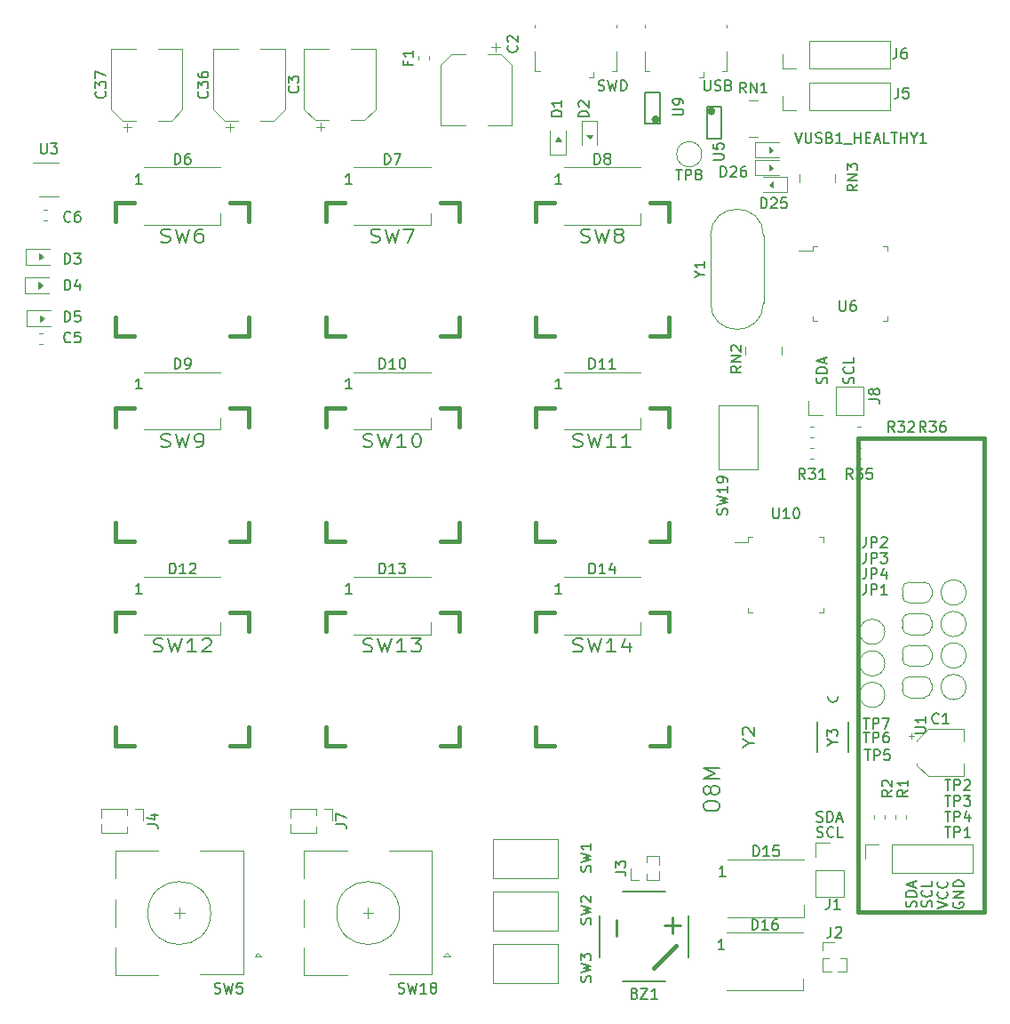
<source format=gbr>
G04 #@! TF.GenerationSoftware,KiCad,Pcbnew,5.1.2-f72e74a~84~ubuntu18.04.1*
G04 #@! TF.CreationDate,2019-06-06T16:00:06+08:00*
G04 #@! TF.ProjectId,stm32_aux_keyboard,73746d33-325f-4617-9578-5f6b6579626f,rev?*
G04 #@! TF.SameCoordinates,Original*
G04 #@! TF.FileFunction,Legend,Top*
G04 #@! TF.FilePolarity,Positive*
%FSLAX46Y46*%
G04 Gerber Fmt 4.6, Leading zero omitted, Abs format (unit mm)*
G04 Created by KiCad (PCBNEW 5.1.2-f72e74a~84~ubuntu18.04.1) date 2019-06-06 16:00:06*
%MOMM*%
%LPD*%
G04 APERTURE LIST*
%ADD10C,0.203200*%
%ADD11C,0.381000*%
%ADD12C,0.127000*%
%ADD13C,0.120000*%
%ADD14C,0.150000*%
%ADD15C,0.200000*%
%ADD16C,0.100000*%
%ADD17C,0.250000*%
%ADD18C,0.152400*%
G04 APERTURE END LIST*
D10*
X100000000Y-84200000D02*
G75*
G02X99000000Y-84200000I-500000J0D01*
G01*
X98000000Y-89400000D02*
X98000000Y-86600000D01*
X101000000Y-86600000D02*
X101000000Y-89400000D01*
D11*
X82389000Y-110048000D02*
X84543500Y-107893500D01*
D12*
X79500000Y-102750000D02*
X83500000Y-102750000D01*
X77250000Y-109000000D02*
X77250000Y-105000000D01*
X79500000Y-111250000D02*
X83500000Y-111250000D01*
X85750000Y-105000000D02*
X85750000Y-109000000D01*
D11*
X83850000Y-88850000D02*
X82072000Y-88850000D01*
X72928000Y-88850000D02*
X71150000Y-88850000D01*
X71150000Y-88850000D02*
X71150000Y-87072000D01*
X71150000Y-77928000D02*
X71150000Y-76150000D01*
X71150000Y-76150000D02*
X72928000Y-76150000D01*
X82072000Y-76150000D02*
X83850000Y-76150000D01*
X83850000Y-76150000D02*
X83850000Y-77928000D01*
X83850000Y-87072000D02*
X83850000Y-88850000D01*
X63850000Y-88850000D02*
X62072000Y-88850000D01*
X52928000Y-88850000D02*
X51150000Y-88850000D01*
X51150000Y-88850000D02*
X51150000Y-87072000D01*
X51150000Y-77928000D02*
X51150000Y-76150000D01*
X51150000Y-76150000D02*
X52928000Y-76150000D01*
X62072000Y-76150000D02*
X63850000Y-76150000D01*
X63850000Y-76150000D02*
X63850000Y-77928000D01*
X63850000Y-87072000D02*
X63850000Y-88850000D01*
X43850000Y-88850000D02*
X42072000Y-88850000D01*
X32928000Y-88850000D02*
X31150000Y-88850000D01*
X31150000Y-88850000D02*
X31150000Y-87072000D01*
X31150000Y-77928000D02*
X31150000Y-76150000D01*
X31150000Y-76150000D02*
X32928000Y-76150000D01*
X42072000Y-76150000D02*
X43850000Y-76150000D01*
X43850000Y-76150000D02*
X43850000Y-77928000D01*
X43850000Y-87072000D02*
X43850000Y-88850000D01*
X83850000Y-69350000D02*
X82072000Y-69350000D01*
X72928000Y-69350000D02*
X71150000Y-69350000D01*
X71150000Y-69350000D02*
X71150000Y-67572000D01*
X71150000Y-58428000D02*
X71150000Y-56650000D01*
X71150000Y-56650000D02*
X72928000Y-56650000D01*
X82072000Y-56650000D02*
X83850000Y-56650000D01*
X83850000Y-56650000D02*
X83850000Y-58428000D01*
X83850000Y-67572000D02*
X83850000Y-69350000D01*
X63850000Y-69350000D02*
X62072000Y-69350000D01*
X52928000Y-69350000D02*
X51150000Y-69350000D01*
X51150000Y-69350000D02*
X51150000Y-67572000D01*
X51150000Y-58428000D02*
X51150000Y-56650000D01*
X51150000Y-56650000D02*
X52928000Y-56650000D01*
X62072000Y-56650000D02*
X63850000Y-56650000D01*
X63850000Y-56650000D02*
X63850000Y-58428000D01*
X63850000Y-67572000D02*
X63850000Y-69350000D01*
X43850000Y-69350000D02*
X42072000Y-69350000D01*
X32928000Y-69350000D02*
X31150000Y-69350000D01*
X31150000Y-69350000D02*
X31150000Y-67572000D01*
X31150000Y-58428000D02*
X31150000Y-56650000D01*
X31150000Y-56650000D02*
X32928000Y-56650000D01*
X42072000Y-56650000D02*
X43850000Y-56650000D01*
X43850000Y-56650000D02*
X43850000Y-58428000D01*
X43850000Y-67572000D02*
X43850000Y-69350000D01*
X83850000Y-49850000D02*
X82072000Y-49850000D01*
X72928000Y-49850000D02*
X71150000Y-49850000D01*
X71150000Y-49850000D02*
X71150000Y-48072000D01*
X71150000Y-38928000D02*
X71150000Y-37150000D01*
X71150000Y-37150000D02*
X72928000Y-37150000D01*
X82072000Y-37150000D02*
X83850000Y-37150000D01*
X83850000Y-37150000D02*
X83850000Y-38928000D01*
X83850000Y-48072000D02*
X83850000Y-49850000D01*
X63850000Y-49850000D02*
X62072000Y-49850000D01*
X52928000Y-49850000D02*
X51150000Y-49850000D01*
X51150000Y-49850000D02*
X51150000Y-48072000D01*
X51150000Y-38928000D02*
X51150000Y-37150000D01*
X51150000Y-37150000D02*
X52928000Y-37150000D01*
X62072000Y-37150000D02*
X63850000Y-37150000D01*
X63850000Y-37150000D02*
X63850000Y-38928000D01*
X63850000Y-48072000D02*
X63850000Y-49850000D01*
X43850000Y-49850000D02*
X42072000Y-49850000D01*
X32928000Y-49850000D02*
X31150000Y-49850000D01*
X31150000Y-49850000D02*
X31150000Y-48072000D01*
X31150000Y-38928000D02*
X31150000Y-37150000D01*
X31150000Y-37150000D02*
X32928000Y-37150000D01*
X42072000Y-37150000D02*
X43850000Y-37150000D01*
X43850000Y-37150000D02*
X43850000Y-38928000D01*
X43850000Y-48072000D02*
X43850000Y-49850000D01*
D13*
X87160000Y-25162500D02*
X87160000Y-24712500D01*
X87160000Y-25162500D02*
X86710000Y-25162500D01*
X81560000Y-24612500D02*
X82010000Y-24612500D01*
X81560000Y-22762500D02*
X81560000Y-24612500D01*
X89360000Y-20212500D02*
X89360000Y-20462500D01*
X81560000Y-20212500D02*
X81560000Y-20462500D01*
X89360000Y-22762500D02*
X89360000Y-24612500D01*
X89360000Y-24612500D02*
X88910000Y-24612500D01*
X76700000Y-25162500D02*
X76700000Y-24712500D01*
X76700000Y-25162500D02*
X76250000Y-25162500D01*
X71100000Y-24612500D02*
X71550000Y-24612500D01*
X71100000Y-22762500D02*
X71100000Y-24612500D01*
X78900000Y-20212500D02*
X78900000Y-20462500D01*
X71100000Y-20212500D02*
X71100000Y-20462500D01*
X78900000Y-22762500D02*
X78900000Y-24612500D01*
X78900000Y-24612500D02*
X78450000Y-24612500D01*
X104710000Y-41250000D02*
X104710000Y-41670000D01*
X104710000Y-48370000D02*
X104710000Y-47950000D01*
X97590000Y-48370000D02*
X97590000Y-47950000D01*
X97590000Y-41250000D02*
X98010000Y-41250000D01*
X104710000Y-48370000D02*
X104290000Y-48370000D01*
X104710000Y-41250000D02*
X104290000Y-41250000D01*
X97590000Y-41670000D02*
X96210000Y-41670000D01*
X97590000Y-41250000D02*
X97590000Y-41670000D01*
X97590000Y-48370000D02*
X98010000Y-48370000D01*
D14*
X82900000Y-29200000D02*
G75*
G03X82900000Y-29200000I-300000J0D01*
G01*
X82800000Y-29200000D02*
G75*
G03X82800000Y-29200000I-200000J0D01*
G01*
X82700000Y-29200000D02*
G75*
G03X82700000Y-29200000I-100000J0D01*
G01*
D12*
X81601500Y-29598600D02*
X81601500Y-26601400D01*
X81601500Y-26601400D02*
X82998500Y-26601400D01*
X82998500Y-26601400D02*
X82998500Y-29598600D01*
X82998500Y-29598600D02*
X81601500Y-29598600D01*
D13*
X25660000Y-33280000D02*
X23210000Y-33280000D01*
X23860000Y-36500000D02*
X25660000Y-36500000D01*
X98540000Y-107590000D02*
X99650000Y-107590000D01*
X98540000Y-108350000D02*
X98540000Y-107590000D01*
X100213471Y-109110000D02*
X100760000Y-109110000D01*
X98540000Y-109110000D02*
X99086529Y-109110000D01*
X100760000Y-109110000D02*
X100760000Y-110315000D01*
X98540000Y-109110000D02*
X98540000Y-110315000D01*
X99957530Y-110315000D02*
X100760000Y-110315000D01*
X98540000Y-110315000D02*
X99342470Y-110315000D01*
X96660000Y-112160000D02*
X96660000Y-111010000D01*
X89360000Y-112160000D02*
X96660000Y-112160000D01*
X89360000Y-106660000D02*
X96660000Y-106660000D01*
X96770000Y-105160000D02*
X96770000Y-104010000D01*
X89470000Y-105160000D02*
X96770000Y-105160000D01*
X89470000Y-99660000D02*
X96770000Y-99660000D01*
X81150000Y-78250000D02*
X81150000Y-77100000D01*
X73850000Y-78250000D02*
X81150000Y-78250000D01*
X73850000Y-72750000D02*
X81150000Y-72750000D01*
X61150000Y-78250000D02*
X61150000Y-77100000D01*
X53850000Y-78250000D02*
X61150000Y-78250000D01*
X53850000Y-72750000D02*
X61150000Y-72750000D01*
X41150000Y-78250000D02*
X41150000Y-77100000D01*
X33850000Y-78250000D02*
X41150000Y-78250000D01*
X33850000Y-72750000D02*
X41150000Y-72750000D01*
X81150000Y-58750000D02*
X81150000Y-57600000D01*
X73850000Y-58750000D02*
X81150000Y-58750000D01*
X73850000Y-53250000D02*
X81150000Y-53250000D01*
X61150000Y-58750000D02*
X61150000Y-57600000D01*
X53850000Y-58750000D02*
X61150000Y-58750000D01*
X53850000Y-53250000D02*
X61150000Y-53250000D01*
X41150000Y-58750000D02*
X41150000Y-57600000D01*
X33850000Y-58750000D02*
X41150000Y-58750000D01*
X33850000Y-53250000D02*
X41150000Y-53250000D01*
X81150000Y-39250000D02*
X81150000Y-38100000D01*
X73850000Y-39250000D02*
X81150000Y-39250000D01*
X73850000Y-33750000D02*
X81150000Y-33750000D01*
X61150000Y-39250000D02*
X61150000Y-38100000D01*
X53850000Y-39250000D02*
X61150000Y-39250000D01*
X53850000Y-33750000D02*
X61150000Y-33750000D01*
X41150000Y-39250000D02*
X41150000Y-38100000D01*
X33850000Y-39250000D02*
X41150000Y-39250000D01*
X33850000Y-33750000D02*
X41150000Y-33750000D01*
D15*
X24210000Y-48140000D02*
X24010000Y-48140000D01*
D16*
X24060000Y-48240000D02*
X24060000Y-48040000D01*
X23910000Y-47840000D02*
X23910000Y-48440000D01*
X24310000Y-48140000D02*
X23910000Y-47840000D01*
X24010000Y-47940000D02*
X24010000Y-48340000D01*
X23910000Y-48440000D02*
X24310000Y-48140000D01*
D13*
X24910000Y-47405000D02*
X22625000Y-47405000D01*
X22625000Y-47405000D02*
X22625000Y-48875000D01*
X22625000Y-48875000D02*
X24910000Y-48875000D01*
D15*
X24050000Y-44990000D02*
X23850000Y-44990000D01*
D16*
X23900000Y-45090000D02*
X23900000Y-44890000D01*
X23750000Y-44690000D02*
X23750000Y-45290000D01*
X24150000Y-44990000D02*
X23750000Y-44690000D01*
X23850000Y-44790000D02*
X23850000Y-45190000D01*
X23750000Y-45290000D02*
X24150000Y-44990000D01*
D13*
X24750000Y-44255000D02*
X22465000Y-44255000D01*
X22465000Y-44255000D02*
X22465000Y-45725000D01*
X22465000Y-45725000D02*
X24750000Y-45725000D01*
D15*
X24130000Y-42270000D02*
X23930000Y-42270000D01*
D16*
X23980000Y-42370000D02*
X23980000Y-42170000D01*
X23830000Y-41970000D02*
X23830000Y-42570000D01*
X24230000Y-42270000D02*
X23830000Y-41970000D01*
X23930000Y-42070000D02*
X23930000Y-42470000D01*
X23830000Y-42570000D02*
X24230000Y-42270000D01*
D13*
X24830000Y-41535000D02*
X22545000Y-41535000D01*
X22545000Y-41535000D02*
X22545000Y-43005000D01*
X22545000Y-43005000D02*
X24830000Y-43005000D01*
X24288733Y-38800000D02*
X24631267Y-38800000D01*
X24288733Y-37780000D02*
X24631267Y-37780000D01*
X23808733Y-50620000D02*
X24151267Y-50620000D01*
X23808733Y-49600000D02*
X24151267Y-49600000D01*
X92885000Y-40260000D02*
G75*
G03X87835000Y-40260000I-2525000J0D01*
G01*
X92885000Y-46660000D02*
G75*
G02X87835000Y-46660000I-2525000J0D01*
G01*
X92885000Y-46660000D02*
X92885000Y-40260000D01*
X87835000Y-46660000D02*
X87835000Y-40260000D01*
D15*
X93700000Y-32100000D02*
X93500000Y-32100000D01*
D16*
X93550000Y-32200000D02*
X93550000Y-32000000D01*
X93400000Y-31800000D02*
X93400000Y-32400000D01*
X93800000Y-32100000D02*
X93400000Y-31800000D01*
X93500000Y-31900000D02*
X93500000Y-32300000D01*
X93400000Y-32400000D02*
X93800000Y-32100000D01*
D13*
X94400000Y-31365000D02*
X92115000Y-31365000D01*
X92115000Y-31365000D02*
X92115000Y-32835000D01*
X92115000Y-32835000D02*
X94400000Y-32835000D01*
X96280000Y-34400000D02*
X96280000Y-35200000D01*
X99720000Y-34400000D02*
X99720000Y-35200000D01*
X91180000Y-50800000D02*
X91180000Y-51600000D01*
X94620000Y-50800000D02*
X94620000Y-51600000D01*
X94670000Y-24330000D02*
X94670000Y-23000000D01*
X96000000Y-24330000D02*
X94670000Y-24330000D01*
X97270000Y-24330000D02*
X97270000Y-21670000D01*
X97270000Y-21670000D02*
X104950000Y-21670000D01*
X97270000Y-24330000D02*
X104950000Y-24330000D01*
X104950000Y-24330000D02*
X104950000Y-21670000D01*
X94670000Y-28330000D02*
X94670000Y-27000000D01*
X96000000Y-28330000D02*
X94670000Y-28330000D01*
X97270000Y-28330000D02*
X97270000Y-25670000D01*
X97270000Y-25670000D02*
X104950000Y-25670000D01*
X97270000Y-28330000D02*
X104950000Y-28330000D01*
X104950000Y-28330000D02*
X104950000Y-25670000D01*
D15*
X93700000Y-33800000D02*
X93500000Y-33800000D01*
D16*
X93550000Y-33900000D02*
X93550000Y-33700000D01*
X93400000Y-33500000D02*
X93400000Y-34100000D01*
X93800000Y-33800000D02*
X93400000Y-33500000D01*
X93500000Y-33600000D02*
X93500000Y-34000000D01*
X93400000Y-34100000D02*
X93800000Y-33800000D01*
D13*
X94400000Y-33065000D02*
X92115000Y-33065000D01*
X92115000Y-33065000D02*
X92115000Y-34535000D01*
X92115000Y-34535000D02*
X94400000Y-34535000D01*
D15*
X93500000Y-35400000D02*
X93700000Y-35400000D01*
D16*
X93650000Y-35300000D02*
X93650000Y-35500000D01*
X93800000Y-35700000D02*
X93800000Y-35100000D01*
X93400000Y-35400000D02*
X93800000Y-35700000D01*
X93700000Y-35600000D02*
X93700000Y-35200000D01*
X93800000Y-35100000D02*
X93400000Y-35400000D01*
D13*
X92800000Y-36135000D02*
X95085000Y-36135000D01*
X95085000Y-36135000D02*
X95085000Y-34665000D01*
X95085000Y-34665000D02*
X92800000Y-34665000D01*
X91400000Y-69420000D02*
X90110000Y-69420000D01*
X91400000Y-68970000D02*
X91400000Y-69420000D01*
X91850000Y-68970000D02*
X91400000Y-68970000D01*
X98620000Y-68970000D02*
X98620000Y-69420000D01*
X98170000Y-68970000D02*
X98620000Y-68970000D01*
X91400000Y-76190000D02*
X91400000Y-75740000D01*
X91850000Y-76190000D02*
X91400000Y-76190000D01*
X98620000Y-76190000D02*
X98620000Y-75740000D01*
X98170000Y-76190000D02*
X98620000Y-76190000D01*
X88650000Y-56440000D02*
X92350000Y-56440000D01*
X88650000Y-62560000D02*
X88650000Y-56440000D01*
X92350000Y-62560000D02*
X88650000Y-62560000D01*
X92350000Y-56440000D02*
X92350000Y-62560000D01*
X101828733Y-59510000D02*
X102171267Y-59510000D01*
X101828733Y-58490000D02*
X102171267Y-58490000D01*
X101828733Y-61510000D02*
X102171267Y-61510000D01*
X101828733Y-60490000D02*
X102171267Y-60490000D01*
X97328733Y-59510000D02*
X97671267Y-59510000D01*
X97328733Y-58490000D02*
X97671267Y-58490000D01*
X97671267Y-60490000D02*
X97328733Y-60490000D01*
X97671267Y-61510000D02*
X97328733Y-61510000D01*
X97170000Y-57330000D02*
X97170000Y-56000000D01*
X98500000Y-57330000D02*
X97170000Y-57330000D01*
X99770000Y-57330000D02*
X99770000Y-54670000D01*
X99770000Y-54670000D02*
X102370000Y-54670000D01*
X99770000Y-57330000D02*
X102370000Y-57330000D01*
X102370000Y-57330000D02*
X102370000Y-54670000D01*
D11*
X101886000Y-104664500D02*
X101886000Y-59584500D01*
X101886000Y-59584500D02*
X113886000Y-59584500D01*
X113886000Y-104684500D02*
X113886000Y-59584500D01*
X113886000Y-104664500D02*
X101886000Y-104664500D01*
D13*
X105156000Y-100914500D02*
X105156000Y-98254500D01*
X105156000Y-100914500D02*
X112836000Y-100914500D01*
X112836000Y-100914500D02*
X112836000Y-98254500D01*
X105156000Y-98254500D02*
X112836000Y-98254500D01*
X102556000Y-98254500D02*
X103886000Y-98254500D01*
X102556000Y-99584500D02*
X102556000Y-98254500D01*
X103440000Y-95478733D02*
X103440000Y-95821267D01*
X104460000Y-95478733D02*
X104460000Y-95821267D01*
X105440000Y-95478733D02*
X105440000Y-95821267D01*
X106460000Y-95478733D02*
X106460000Y-95821267D01*
X97870000Y-98070000D02*
X99200000Y-98070000D01*
X97870000Y-99400000D02*
X97870000Y-98070000D01*
X97870000Y-100670000D02*
X100530000Y-100670000D01*
X100530000Y-100670000D02*
X100530000Y-103270000D01*
X97870000Y-100670000D02*
X97870000Y-103270000D01*
X97870000Y-103270000D02*
X100530000Y-103270000D01*
X107000000Y-87690000D02*
X107000000Y-88190000D01*
X106750000Y-87940000D02*
X107250000Y-87940000D01*
X107490000Y-90695563D02*
X108554437Y-91760000D01*
X107490000Y-88304437D02*
X108554437Y-87240000D01*
X107490000Y-88304437D02*
X107490000Y-88440000D01*
X107490000Y-90695563D02*
X107490000Y-90560000D01*
X108554437Y-91760000D02*
X112010000Y-91760000D01*
X108554437Y-87240000D02*
X112010000Y-87240000D01*
X112010000Y-87240000D02*
X112010000Y-88440000D01*
X112010000Y-91760000D02*
X112010000Y-90560000D01*
D15*
X76290000Y-30950000D02*
X76290000Y-30750000D01*
D16*
X76190000Y-30800000D02*
X76390000Y-30800000D01*
X76590000Y-30650000D02*
X75990000Y-30650000D01*
X76290000Y-31050000D02*
X76590000Y-30650000D01*
X76490000Y-30750000D02*
X76090000Y-30750000D01*
X75990000Y-30650000D02*
X76290000Y-31050000D01*
D13*
X77025000Y-31650000D02*
X77025000Y-29365000D01*
X77025000Y-29365000D02*
X75555000Y-29365000D01*
X75555000Y-29365000D02*
X75555000Y-31650000D01*
D15*
X73290000Y-30950000D02*
X73290000Y-31150000D01*
D16*
X73390000Y-31100000D02*
X73190000Y-31100000D01*
X72990000Y-31250000D02*
X73590000Y-31250000D01*
X73290000Y-30850000D02*
X72990000Y-31250000D01*
X73090000Y-31150000D02*
X73490000Y-31150000D01*
X73590000Y-31250000D02*
X73290000Y-30850000D01*
D13*
X72555000Y-30250000D02*
X72555000Y-32535000D01*
X72555000Y-32535000D02*
X74025000Y-32535000D01*
X74025000Y-32535000D02*
X74025000Y-30250000D01*
X104450000Y-78000000D02*
G75*
G03X104450000Y-78000000I-1200000J0D01*
G01*
X104450000Y-81000000D02*
G75*
G03X104450000Y-81000000I-1200000J0D01*
G01*
X104450000Y-84000000D02*
G75*
G03X104450000Y-84000000I-1200000J0D01*
G01*
X112200000Y-80250000D02*
G75*
G03X112200000Y-80250000I-1200000J0D01*
G01*
X112200000Y-77250000D02*
G75*
G03X112200000Y-77250000I-1200000J0D01*
G01*
X112200000Y-74250000D02*
G75*
G03X112200000Y-74250000I-1200000J0D01*
G01*
X112200000Y-83250000D02*
G75*
G03X112200000Y-83250000I-1200000J0D01*
G01*
X108200000Y-81250000D02*
X106800000Y-81250000D01*
X106100000Y-80550000D02*
X106100000Y-79950000D01*
X106800000Y-79250000D02*
X108200000Y-79250000D01*
X108900000Y-79950000D02*
X108900000Y-80550000D01*
X108900000Y-80550000D02*
G75*
G02X108200000Y-81250000I-700000J0D01*
G01*
X108200000Y-79250000D02*
G75*
G02X108900000Y-79950000I0J-700000D01*
G01*
X106100000Y-79950000D02*
G75*
G02X106800000Y-79250000I700000J0D01*
G01*
X106800000Y-81250000D02*
G75*
G02X106100000Y-80550000I0J700000D01*
G01*
X108200000Y-78250000D02*
X106800000Y-78250000D01*
X106100000Y-77550000D02*
X106100000Y-76950000D01*
X106800000Y-76250000D02*
X108200000Y-76250000D01*
X108900000Y-76950000D02*
X108900000Y-77550000D01*
X108900000Y-77550000D02*
G75*
G02X108200000Y-78250000I-700000J0D01*
G01*
X108200000Y-76250000D02*
G75*
G02X108900000Y-76950000I0J-700000D01*
G01*
X106100000Y-76950000D02*
G75*
G02X106800000Y-76250000I700000J0D01*
G01*
X106800000Y-78250000D02*
G75*
G02X106100000Y-77550000I0J700000D01*
G01*
X108200000Y-75250000D02*
X106800000Y-75250000D01*
X106100000Y-74550000D02*
X106100000Y-73950000D01*
X106800000Y-73250000D02*
X108200000Y-73250000D01*
X108900000Y-73950000D02*
X108900000Y-74550000D01*
X108900000Y-74550000D02*
G75*
G02X108200000Y-75250000I-700000J0D01*
G01*
X108200000Y-73250000D02*
G75*
G02X108900000Y-73950000I0J-700000D01*
G01*
X106100000Y-73950000D02*
G75*
G02X106800000Y-73250000I700000J0D01*
G01*
X106800000Y-75250000D02*
G75*
G02X106100000Y-74550000I0J700000D01*
G01*
X108200000Y-84250000D02*
X106800000Y-84250000D01*
X106100000Y-83550000D02*
X106100000Y-82950000D01*
X106800000Y-82250000D02*
X108200000Y-82250000D01*
X108900000Y-82950000D02*
X108900000Y-83550000D01*
X108900000Y-83550000D02*
G75*
G02X108200000Y-84250000I-700000J0D01*
G01*
X108200000Y-82250000D02*
G75*
G02X108900000Y-82950000I0J-700000D01*
G01*
X106100000Y-82950000D02*
G75*
G02X106800000Y-82250000I700000J0D01*
G01*
X106800000Y-84250000D02*
G75*
G02X106100000Y-83550000I0J700000D01*
G01*
X61010000Y-23521267D02*
X61010000Y-23178733D01*
X59990000Y-23521267D02*
X59990000Y-23178733D01*
X50258750Y-29893750D02*
X51046250Y-29893750D01*
X50652500Y-30287500D02*
X50652500Y-29500000D01*
X54845563Y-29260000D02*
X55910000Y-28195563D01*
X50154437Y-29260000D02*
X49090000Y-28195563D01*
X50154437Y-29260000D02*
X51440000Y-29260000D01*
X54845563Y-29260000D02*
X53560000Y-29260000D01*
X55910000Y-28195563D02*
X55910000Y-22440000D01*
X49090000Y-28195563D02*
X49090000Y-22440000D01*
X49090000Y-22440000D02*
X51440000Y-22440000D01*
X55910000Y-22440000D02*
X53560000Y-22440000D01*
X67741250Y-22306250D02*
X66953750Y-22306250D01*
X67347500Y-21912500D02*
X67347500Y-22700000D01*
X63154437Y-22940000D02*
X62090000Y-24004437D01*
X67845563Y-22940000D02*
X68910000Y-24004437D01*
X67845563Y-22940000D02*
X66560000Y-22940000D01*
X63154437Y-22940000D02*
X64440000Y-22940000D01*
X62090000Y-24004437D02*
X62090000Y-29760000D01*
X68910000Y-24004437D02*
X68910000Y-29760000D01*
X68910000Y-29760000D02*
X66560000Y-29760000D01*
X62090000Y-29760000D02*
X64440000Y-29760000D01*
X67140000Y-111450000D02*
X67140000Y-107750000D01*
X73260000Y-111450000D02*
X67140000Y-111450000D01*
X73260000Y-107750000D02*
X73260000Y-111450000D01*
X67140000Y-107750000D02*
X73260000Y-107750000D01*
D14*
X88200000Y-28400000D02*
G75*
G03X88200000Y-28400000I-300000J0D01*
G01*
X88100000Y-28400000D02*
G75*
G03X88100000Y-28400000I-200000J0D01*
G01*
X88000000Y-28400000D02*
G75*
G03X88000000Y-28400000I-100000J0D01*
G01*
D12*
X88898500Y-28001400D02*
X88898500Y-30998600D01*
X88898500Y-30998600D02*
X87501500Y-30998600D01*
X87501500Y-30998600D02*
X87501500Y-28001400D01*
X87501500Y-28001400D02*
X88898500Y-28001400D01*
D13*
X67140000Y-106450000D02*
X67140000Y-102750000D01*
X73260000Y-106450000D02*
X67140000Y-106450000D01*
X73260000Y-102750000D02*
X73260000Y-106450000D01*
X67140000Y-102750000D02*
X73260000Y-102750000D01*
X67140000Y-101450000D02*
X67140000Y-97750000D01*
X73260000Y-101450000D02*
X67140000Y-101450000D01*
X73260000Y-97750000D02*
X73260000Y-101450000D01*
X67140000Y-97750000D02*
X73260000Y-97750000D01*
X92300000Y-27380000D02*
X91500000Y-27380000D01*
X92300000Y-30820000D02*
X91500000Y-30820000D01*
X80240000Y-101610000D02*
X80240000Y-100500000D01*
X81000000Y-101610000D02*
X80240000Y-101610000D01*
X81760000Y-99936529D02*
X81760000Y-99390000D01*
X81760000Y-101610000D02*
X81760000Y-101063471D01*
X81760000Y-99390000D02*
X82965000Y-99390000D01*
X81760000Y-101610000D02*
X82965000Y-101610000D01*
X82965000Y-100192470D02*
X82965000Y-99390000D01*
X82965000Y-101610000D02*
X82965000Y-100807530D01*
X87000000Y-32500000D02*
G75*
G03X87000000Y-32500000I-1200000J0D01*
G01*
X31858750Y-29943750D02*
X32646250Y-29943750D01*
X32252500Y-30337500D02*
X32252500Y-29550000D01*
X36445563Y-29310000D02*
X37510000Y-28245563D01*
X31754437Y-29310000D02*
X30690000Y-28245563D01*
X31754437Y-29310000D02*
X33040000Y-29310000D01*
X36445563Y-29310000D02*
X35160000Y-29310000D01*
X37510000Y-28245563D02*
X37510000Y-22490000D01*
X30690000Y-28245563D02*
X30690000Y-22490000D01*
X30690000Y-22490000D02*
X33040000Y-22490000D01*
X37510000Y-22490000D02*
X35160000Y-22490000D01*
X41608750Y-29943750D02*
X42396250Y-29943750D01*
X42002500Y-30337500D02*
X42002500Y-29550000D01*
X46195563Y-29310000D02*
X47260000Y-28245563D01*
X41504437Y-29310000D02*
X40440000Y-28245563D01*
X41504437Y-29310000D02*
X42790000Y-29310000D01*
X46195563Y-29310000D02*
X44910000Y-29310000D01*
X47260000Y-28245563D02*
X47260000Y-22490000D01*
X40440000Y-28245563D02*
X40440000Y-22490000D01*
X40440000Y-22490000D02*
X42790000Y-22490000D01*
X47260000Y-22490000D02*
X44910000Y-22490000D01*
X58200000Y-104780000D02*
G75*
G03X58200000Y-104780000I-3000000J0D01*
G01*
X53200000Y-110680000D02*
X49100000Y-110680000D01*
X49100000Y-98880000D02*
X53200000Y-98880000D01*
X57200000Y-98880000D02*
X61300000Y-98880000D01*
X57200000Y-110580000D02*
X61300000Y-110580000D01*
X61300000Y-110580000D02*
X61300000Y-98880000D01*
X62700000Y-108580000D02*
X63000000Y-108880000D01*
X63000000Y-108880000D02*
X62400000Y-108880000D01*
X62400000Y-108880000D02*
X62700000Y-108580000D01*
X49100000Y-110680000D02*
X49100000Y-108080000D01*
X49100000Y-106080000D02*
X49100000Y-103480000D01*
X49100000Y-101480000D02*
X49100000Y-98880000D01*
X55200000Y-105280000D02*
X55200000Y-104280000D01*
X55700000Y-104780000D02*
X54700000Y-104780000D01*
X51760000Y-94890000D02*
X51760000Y-96000000D01*
X51000000Y-94890000D02*
X51760000Y-94890000D01*
X50240000Y-96563471D02*
X50240000Y-97110000D01*
X50240000Y-94890000D02*
X50240000Y-95436529D01*
X50240000Y-97110000D02*
X47765000Y-97110000D01*
X50240000Y-94890000D02*
X47765000Y-94890000D01*
X47765000Y-96307530D02*
X47765000Y-97110000D01*
X47765000Y-94890000D02*
X47765000Y-95692470D01*
X40200000Y-104780000D02*
G75*
G03X40200000Y-104780000I-3000000J0D01*
G01*
X35200000Y-110680000D02*
X31100000Y-110680000D01*
X31100000Y-98880000D02*
X35200000Y-98880000D01*
X39200000Y-98880000D02*
X43300000Y-98880000D01*
X39200000Y-110580000D02*
X43300000Y-110580000D01*
X43300000Y-110580000D02*
X43300000Y-98880000D01*
X44700000Y-108580000D02*
X45000000Y-108880000D01*
X45000000Y-108880000D02*
X44400000Y-108880000D01*
X44400000Y-108880000D02*
X44700000Y-108580000D01*
X31100000Y-110680000D02*
X31100000Y-108080000D01*
X31100000Y-106080000D02*
X31100000Y-103480000D01*
X31100000Y-101480000D02*
X31100000Y-98880000D01*
X37200000Y-105280000D02*
X37200000Y-104280000D01*
X37700000Y-104780000D02*
X36700000Y-104780000D01*
X33760000Y-94890000D02*
X33760000Y-96000000D01*
X33000000Y-94890000D02*
X33760000Y-94890000D01*
X32240000Y-96563471D02*
X32240000Y-97110000D01*
X32240000Y-94890000D02*
X32240000Y-95436529D01*
X32240000Y-97110000D02*
X29765000Y-97110000D01*
X32240000Y-94890000D02*
X29765000Y-94890000D01*
X29765000Y-96307530D02*
X29765000Y-97110000D01*
X29765000Y-94890000D02*
X29765000Y-95692470D01*
D14*
X99476190Y-88476190D02*
X99952380Y-88476190D01*
X98952380Y-88809523D02*
X99476190Y-88476190D01*
X98952380Y-88142857D01*
X98952380Y-87904761D02*
X98952380Y-87285714D01*
X99333333Y-87619047D01*
X99333333Y-87476190D01*
X99380952Y-87380952D01*
X99428571Y-87333333D01*
X99523809Y-87285714D01*
X99761904Y-87285714D01*
X99857142Y-87333333D01*
X99904761Y-87380952D01*
X99952380Y-87476190D01*
X99952380Y-87761904D01*
X99904761Y-87857142D01*
X99857142Y-87904761D01*
X80618668Y-112428540D02*
X80761587Y-112476180D01*
X80809226Y-112523819D01*
X80856866Y-112619098D01*
X80856866Y-112762017D01*
X80809226Y-112857296D01*
X80761587Y-112904935D01*
X80666308Y-112952575D01*
X80285192Y-112952575D01*
X80285192Y-111952145D01*
X80618668Y-111952145D01*
X80713947Y-111999785D01*
X80761587Y-112047424D01*
X80809226Y-112142703D01*
X80809226Y-112237982D01*
X80761587Y-112333261D01*
X80713947Y-112380901D01*
X80618668Y-112428540D01*
X80285192Y-112428540D01*
X81190343Y-111952145D02*
X81857296Y-111952145D01*
X81190343Y-112952575D01*
X81857296Y-112952575D01*
X82762447Y-112952575D02*
X82190773Y-112952575D01*
X82476610Y-112952575D02*
X82476610Y-111952145D01*
X82381331Y-112095064D01*
X82286052Y-112190343D01*
X82190773Y-112237982D01*
D17*
X78848857Y-106999904D02*
X78848857Y-105476095D01*
X84182857Y-106745904D02*
X84182857Y-105222095D01*
X84944761Y-105984000D02*
X83420952Y-105984000D01*
D18*
X91472785Y-88604761D02*
X92017071Y-88604761D01*
X90874071Y-89028095D02*
X91472785Y-88604761D01*
X90874071Y-88181428D01*
X90982928Y-87818571D02*
X90928500Y-87758095D01*
X90874071Y-87637142D01*
X90874071Y-87334761D01*
X90928500Y-87213809D01*
X90982928Y-87153333D01*
X91091785Y-87092857D01*
X91200642Y-87092857D01*
X91363928Y-87153333D01*
X92017071Y-87879047D01*
X92017071Y-87092857D01*
D14*
X87178571Y-94714285D02*
X87178571Y-94428571D01*
X87250000Y-94285714D01*
X87392857Y-94142857D01*
X87678571Y-94071428D01*
X88178571Y-94071428D01*
X88464285Y-94142857D01*
X88607142Y-94285714D01*
X88678571Y-94428571D01*
X88678571Y-94714285D01*
X88607142Y-94857142D01*
X88464285Y-95000000D01*
X88178571Y-95071428D01*
X87678571Y-95071428D01*
X87392857Y-95000000D01*
X87250000Y-94857142D01*
X87178571Y-94714285D01*
X87821428Y-93214285D02*
X87750000Y-93357142D01*
X87678571Y-93428571D01*
X87535714Y-93500000D01*
X87464285Y-93500000D01*
X87321428Y-93428571D01*
X87250000Y-93357142D01*
X87178571Y-93214285D01*
X87178571Y-92928571D01*
X87250000Y-92785714D01*
X87321428Y-92714285D01*
X87464285Y-92642857D01*
X87535714Y-92642857D01*
X87678571Y-92714285D01*
X87750000Y-92785714D01*
X87821428Y-92928571D01*
X87821428Y-93214285D01*
X87892857Y-93357142D01*
X87964285Y-93428571D01*
X88107142Y-93500000D01*
X88392857Y-93500000D01*
X88535714Y-93428571D01*
X88607142Y-93357142D01*
X88678571Y-93214285D01*
X88678571Y-92928571D01*
X88607142Y-92785714D01*
X88535714Y-92714285D01*
X88392857Y-92642857D01*
X88107142Y-92642857D01*
X87964285Y-92714285D01*
X87892857Y-92785714D01*
X87821428Y-92928571D01*
X88678571Y-92000000D02*
X87178571Y-92000000D01*
X88250000Y-91500000D01*
X87178571Y-91000000D01*
X88678571Y-91000000D01*
D10*
X74742285Y-79839047D02*
X74960000Y-79899523D01*
X75322857Y-79899523D01*
X75468000Y-79839047D01*
X75540571Y-79778571D01*
X75613142Y-79657619D01*
X75613142Y-79536666D01*
X75540571Y-79415714D01*
X75468000Y-79355238D01*
X75322857Y-79294761D01*
X75032571Y-79234285D01*
X74887428Y-79173809D01*
X74814857Y-79113333D01*
X74742285Y-78992380D01*
X74742285Y-78871428D01*
X74814857Y-78750476D01*
X74887428Y-78690000D01*
X75032571Y-78629523D01*
X75395428Y-78629523D01*
X75613142Y-78690000D01*
X76121142Y-78629523D02*
X76484000Y-79899523D01*
X76774285Y-78992380D01*
X77064571Y-79899523D01*
X77427428Y-78629523D01*
X78806285Y-79899523D02*
X77935428Y-79899523D01*
X78370857Y-79899523D02*
X78370857Y-78629523D01*
X78225714Y-78810952D01*
X78080571Y-78931904D01*
X77935428Y-78992380D01*
X80112571Y-79052857D02*
X80112571Y-79899523D01*
X79749714Y-78569047D02*
X79386857Y-79476190D01*
X80330285Y-79476190D01*
X54742285Y-79839047D02*
X54960000Y-79899523D01*
X55322857Y-79899523D01*
X55468000Y-79839047D01*
X55540571Y-79778571D01*
X55613142Y-79657619D01*
X55613142Y-79536666D01*
X55540571Y-79415714D01*
X55468000Y-79355238D01*
X55322857Y-79294761D01*
X55032571Y-79234285D01*
X54887428Y-79173809D01*
X54814857Y-79113333D01*
X54742285Y-78992380D01*
X54742285Y-78871428D01*
X54814857Y-78750476D01*
X54887428Y-78690000D01*
X55032571Y-78629523D01*
X55395428Y-78629523D01*
X55613142Y-78690000D01*
X56121142Y-78629523D02*
X56484000Y-79899523D01*
X56774285Y-78992380D01*
X57064571Y-79899523D01*
X57427428Y-78629523D01*
X58806285Y-79899523D02*
X57935428Y-79899523D01*
X58370857Y-79899523D02*
X58370857Y-78629523D01*
X58225714Y-78810952D01*
X58080571Y-78931904D01*
X57935428Y-78992380D01*
X59314285Y-78629523D02*
X60257714Y-78629523D01*
X59749714Y-79113333D01*
X59967428Y-79113333D01*
X60112571Y-79173809D01*
X60185142Y-79234285D01*
X60257714Y-79355238D01*
X60257714Y-79657619D01*
X60185142Y-79778571D01*
X60112571Y-79839047D01*
X59967428Y-79899523D01*
X59532000Y-79899523D01*
X59386857Y-79839047D01*
X59314285Y-79778571D01*
X34742285Y-79839047D02*
X34960000Y-79899523D01*
X35322857Y-79899523D01*
X35468000Y-79839047D01*
X35540571Y-79778571D01*
X35613142Y-79657619D01*
X35613142Y-79536666D01*
X35540571Y-79415714D01*
X35468000Y-79355238D01*
X35322857Y-79294761D01*
X35032571Y-79234285D01*
X34887428Y-79173809D01*
X34814857Y-79113333D01*
X34742285Y-78992380D01*
X34742285Y-78871428D01*
X34814857Y-78750476D01*
X34887428Y-78690000D01*
X35032571Y-78629523D01*
X35395428Y-78629523D01*
X35613142Y-78690000D01*
X36121142Y-78629523D02*
X36484000Y-79899523D01*
X36774285Y-78992380D01*
X37064571Y-79899523D01*
X37427428Y-78629523D01*
X38806285Y-79899523D02*
X37935428Y-79899523D01*
X38370857Y-79899523D02*
X38370857Y-78629523D01*
X38225714Y-78810952D01*
X38080571Y-78931904D01*
X37935428Y-78992380D01*
X39386857Y-78750476D02*
X39459428Y-78690000D01*
X39604571Y-78629523D01*
X39967428Y-78629523D01*
X40112571Y-78690000D01*
X40185142Y-78750476D01*
X40257714Y-78871428D01*
X40257714Y-78992380D01*
X40185142Y-79173809D01*
X39314285Y-79899523D01*
X40257714Y-79899523D01*
X74742285Y-60339047D02*
X74960000Y-60399523D01*
X75322857Y-60399523D01*
X75468000Y-60339047D01*
X75540571Y-60278571D01*
X75613142Y-60157619D01*
X75613142Y-60036666D01*
X75540571Y-59915714D01*
X75468000Y-59855238D01*
X75322857Y-59794761D01*
X75032571Y-59734285D01*
X74887428Y-59673809D01*
X74814857Y-59613333D01*
X74742285Y-59492380D01*
X74742285Y-59371428D01*
X74814857Y-59250476D01*
X74887428Y-59190000D01*
X75032571Y-59129523D01*
X75395428Y-59129523D01*
X75613142Y-59190000D01*
X76121142Y-59129523D02*
X76484000Y-60399523D01*
X76774285Y-59492380D01*
X77064571Y-60399523D01*
X77427428Y-59129523D01*
X78806285Y-60399523D02*
X77935428Y-60399523D01*
X78370857Y-60399523D02*
X78370857Y-59129523D01*
X78225714Y-59310952D01*
X78080571Y-59431904D01*
X77935428Y-59492380D01*
X80257714Y-60399523D02*
X79386857Y-60399523D01*
X79822285Y-60399523D02*
X79822285Y-59129523D01*
X79677142Y-59310952D01*
X79532000Y-59431904D01*
X79386857Y-59492380D01*
X54742285Y-60339047D02*
X54960000Y-60399523D01*
X55322857Y-60399523D01*
X55468000Y-60339047D01*
X55540571Y-60278571D01*
X55613142Y-60157619D01*
X55613142Y-60036666D01*
X55540571Y-59915714D01*
X55468000Y-59855238D01*
X55322857Y-59794761D01*
X55032571Y-59734285D01*
X54887428Y-59673809D01*
X54814857Y-59613333D01*
X54742285Y-59492380D01*
X54742285Y-59371428D01*
X54814857Y-59250476D01*
X54887428Y-59190000D01*
X55032571Y-59129523D01*
X55395428Y-59129523D01*
X55613142Y-59190000D01*
X56121142Y-59129523D02*
X56484000Y-60399523D01*
X56774285Y-59492380D01*
X57064571Y-60399523D01*
X57427428Y-59129523D01*
X58806285Y-60399523D02*
X57935428Y-60399523D01*
X58370857Y-60399523D02*
X58370857Y-59129523D01*
X58225714Y-59310952D01*
X58080571Y-59431904D01*
X57935428Y-59492380D01*
X59749714Y-59129523D02*
X59894857Y-59129523D01*
X60040000Y-59190000D01*
X60112571Y-59250476D01*
X60185142Y-59371428D01*
X60257714Y-59613333D01*
X60257714Y-59915714D01*
X60185142Y-60157619D01*
X60112571Y-60278571D01*
X60040000Y-60339047D01*
X59894857Y-60399523D01*
X59749714Y-60399523D01*
X59604571Y-60339047D01*
X59532000Y-60278571D01*
X59459428Y-60157619D01*
X59386857Y-59915714D01*
X59386857Y-59613333D01*
X59459428Y-59371428D01*
X59532000Y-59250476D01*
X59604571Y-59190000D01*
X59749714Y-59129523D01*
X35468000Y-60339047D02*
X35685714Y-60399523D01*
X36048571Y-60399523D01*
X36193714Y-60339047D01*
X36266285Y-60278571D01*
X36338857Y-60157619D01*
X36338857Y-60036666D01*
X36266285Y-59915714D01*
X36193714Y-59855238D01*
X36048571Y-59794761D01*
X35758285Y-59734285D01*
X35613142Y-59673809D01*
X35540571Y-59613333D01*
X35468000Y-59492380D01*
X35468000Y-59371428D01*
X35540571Y-59250476D01*
X35613142Y-59190000D01*
X35758285Y-59129523D01*
X36121142Y-59129523D01*
X36338857Y-59190000D01*
X36846857Y-59129523D02*
X37209714Y-60399523D01*
X37500000Y-59492380D01*
X37790285Y-60399523D01*
X38153142Y-59129523D01*
X38806285Y-60399523D02*
X39096571Y-60399523D01*
X39241714Y-60339047D01*
X39314285Y-60278571D01*
X39459428Y-60097142D01*
X39532000Y-59855238D01*
X39532000Y-59371428D01*
X39459428Y-59250476D01*
X39386857Y-59190000D01*
X39241714Y-59129523D01*
X38951428Y-59129523D01*
X38806285Y-59190000D01*
X38733714Y-59250476D01*
X38661142Y-59371428D01*
X38661142Y-59673809D01*
X38733714Y-59794761D01*
X38806285Y-59855238D01*
X38951428Y-59915714D01*
X39241714Y-59915714D01*
X39386857Y-59855238D01*
X39459428Y-59794761D01*
X39532000Y-59673809D01*
X75468000Y-40839047D02*
X75685714Y-40899523D01*
X76048571Y-40899523D01*
X76193714Y-40839047D01*
X76266285Y-40778571D01*
X76338857Y-40657619D01*
X76338857Y-40536666D01*
X76266285Y-40415714D01*
X76193714Y-40355238D01*
X76048571Y-40294761D01*
X75758285Y-40234285D01*
X75613142Y-40173809D01*
X75540571Y-40113333D01*
X75468000Y-39992380D01*
X75468000Y-39871428D01*
X75540571Y-39750476D01*
X75613142Y-39690000D01*
X75758285Y-39629523D01*
X76121142Y-39629523D01*
X76338857Y-39690000D01*
X76846857Y-39629523D02*
X77209714Y-40899523D01*
X77500000Y-39992380D01*
X77790285Y-40899523D01*
X78153142Y-39629523D01*
X78951428Y-40173809D02*
X78806285Y-40113333D01*
X78733714Y-40052857D01*
X78661142Y-39931904D01*
X78661142Y-39871428D01*
X78733714Y-39750476D01*
X78806285Y-39690000D01*
X78951428Y-39629523D01*
X79241714Y-39629523D01*
X79386857Y-39690000D01*
X79459428Y-39750476D01*
X79532000Y-39871428D01*
X79532000Y-39931904D01*
X79459428Y-40052857D01*
X79386857Y-40113333D01*
X79241714Y-40173809D01*
X78951428Y-40173809D01*
X78806285Y-40234285D01*
X78733714Y-40294761D01*
X78661142Y-40415714D01*
X78661142Y-40657619D01*
X78733714Y-40778571D01*
X78806285Y-40839047D01*
X78951428Y-40899523D01*
X79241714Y-40899523D01*
X79386857Y-40839047D01*
X79459428Y-40778571D01*
X79532000Y-40657619D01*
X79532000Y-40415714D01*
X79459428Y-40294761D01*
X79386857Y-40234285D01*
X79241714Y-40173809D01*
X55468000Y-40839047D02*
X55685714Y-40899523D01*
X56048571Y-40899523D01*
X56193714Y-40839047D01*
X56266285Y-40778571D01*
X56338857Y-40657619D01*
X56338857Y-40536666D01*
X56266285Y-40415714D01*
X56193714Y-40355238D01*
X56048571Y-40294761D01*
X55758285Y-40234285D01*
X55613142Y-40173809D01*
X55540571Y-40113333D01*
X55468000Y-39992380D01*
X55468000Y-39871428D01*
X55540571Y-39750476D01*
X55613142Y-39690000D01*
X55758285Y-39629523D01*
X56121142Y-39629523D01*
X56338857Y-39690000D01*
X56846857Y-39629523D02*
X57209714Y-40899523D01*
X57500000Y-39992380D01*
X57790285Y-40899523D01*
X58153142Y-39629523D01*
X58588571Y-39629523D02*
X59604571Y-39629523D01*
X58951428Y-40899523D01*
X35468000Y-40839047D02*
X35685714Y-40899523D01*
X36048571Y-40899523D01*
X36193714Y-40839047D01*
X36266285Y-40778571D01*
X36338857Y-40657619D01*
X36338857Y-40536666D01*
X36266285Y-40415714D01*
X36193714Y-40355238D01*
X36048571Y-40294761D01*
X35758285Y-40234285D01*
X35613142Y-40173809D01*
X35540571Y-40113333D01*
X35468000Y-39992380D01*
X35468000Y-39871428D01*
X35540571Y-39750476D01*
X35613142Y-39690000D01*
X35758285Y-39629523D01*
X36121142Y-39629523D01*
X36338857Y-39690000D01*
X36846857Y-39629523D02*
X37209714Y-40899523D01*
X37500000Y-39992380D01*
X37790285Y-40899523D01*
X38153142Y-39629523D01*
X39386857Y-39629523D02*
X39096571Y-39629523D01*
X38951428Y-39690000D01*
X38878857Y-39750476D01*
X38733714Y-39931904D01*
X38661142Y-40173809D01*
X38661142Y-40657619D01*
X38733714Y-40778571D01*
X38806285Y-40839047D01*
X38951428Y-40899523D01*
X39241714Y-40899523D01*
X39386857Y-40839047D01*
X39459428Y-40778571D01*
X39532000Y-40657619D01*
X39532000Y-40355238D01*
X39459428Y-40234285D01*
X39386857Y-40173809D01*
X39241714Y-40113333D01*
X38951428Y-40113333D01*
X38806285Y-40173809D01*
X38733714Y-40234285D01*
X38661142Y-40355238D01*
D14*
X87238095Y-25452380D02*
X87238095Y-26261904D01*
X87285714Y-26357142D01*
X87333333Y-26404761D01*
X87428571Y-26452380D01*
X87619047Y-26452380D01*
X87714285Y-26404761D01*
X87761904Y-26357142D01*
X87809523Y-26261904D01*
X87809523Y-25452380D01*
X88238095Y-26404761D02*
X88380952Y-26452380D01*
X88619047Y-26452380D01*
X88714285Y-26404761D01*
X88761904Y-26357142D01*
X88809523Y-26261904D01*
X88809523Y-26166666D01*
X88761904Y-26071428D01*
X88714285Y-26023809D01*
X88619047Y-25976190D01*
X88428571Y-25928571D01*
X88333333Y-25880952D01*
X88285714Y-25833333D01*
X88238095Y-25738095D01*
X88238095Y-25642857D01*
X88285714Y-25547619D01*
X88333333Y-25500000D01*
X88428571Y-25452380D01*
X88666666Y-25452380D01*
X88809523Y-25500000D01*
X89571428Y-25928571D02*
X89714285Y-25976190D01*
X89761904Y-26023809D01*
X89809523Y-26119047D01*
X89809523Y-26261904D01*
X89761904Y-26357142D01*
X89714285Y-26404761D01*
X89619047Y-26452380D01*
X89238095Y-26452380D01*
X89238095Y-25452380D01*
X89571428Y-25452380D01*
X89666666Y-25500000D01*
X89714285Y-25547619D01*
X89761904Y-25642857D01*
X89761904Y-25738095D01*
X89714285Y-25833333D01*
X89666666Y-25880952D01*
X89571428Y-25928571D01*
X89238095Y-25928571D01*
X77142857Y-26404761D02*
X77285714Y-26452380D01*
X77523809Y-26452380D01*
X77619047Y-26404761D01*
X77666666Y-26357142D01*
X77714285Y-26261904D01*
X77714285Y-26166666D01*
X77666666Y-26071428D01*
X77619047Y-26023809D01*
X77523809Y-25976190D01*
X77333333Y-25928571D01*
X77238095Y-25880952D01*
X77190476Y-25833333D01*
X77142857Y-25738095D01*
X77142857Y-25642857D01*
X77190476Y-25547619D01*
X77238095Y-25500000D01*
X77333333Y-25452380D01*
X77571428Y-25452380D01*
X77714285Y-25500000D01*
X78047619Y-25452380D02*
X78285714Y-26452380D01*
X78476190Y-25738095D01*
X78666666Y-26452380D01*
X78904761Y-25452380D01*
X79285714Y-26452380D02*
X79285714Y-25452380D01*
X79523809Y-25452380D01*
X79666666Y-25500000D01*
X79761904Y-25595238D01*
X79809523Y-25690476D01*
X79857142Y-25880952D01*
X79857142Y-26023809D01*
X79809523Y-26214285D01*
X79761904Y-26309523D01*
X79666666Y-26404761D01*
X79523809Y-26452380D01*
X79285714Y-26452380D01*
X100138095Y-46452380D02*
X100138095Y-47261904D01*
X100185714Y-47357142D01*
X100233333Y-47404761D01*
X100328571Y-47452380D01*
X100519047Y-47452380D01*
X100614285Y-47404761D01*
X100661904Y-47357142D01*
X100709523Y-47261904D01*
X100709523Y-46452380D01*
X101614285Y-46452380D02*
X101423809Y-46452380D01*
X101328571Y-46500000D01*
X101280952Y-46547619D01*
X101185714Y-46690476D01*
X101138095Y-46880952D01*
X101138095Y-47261904D01*
X101185714Y-47357142D01*
X101233333Y-47404761D01*
X101328571Y-47452380D01*
X101519047Y-47452380D01*
X101614285Y-47404761D01*
X101661904Y-47357142D01*
X101709523Y-47261904D01*
X101709523Y-47023809D01*
X101661904Y-46928571D01*
X101614285Y-46880952D01*
X101519047Y-46833333D01*
X101328571Y-46833333D01*
X101233333Y-46880952D01*
X101185714Y-46928571D01*
X101138095Y-47023809D01*
X84242380Y-28771904D02*
X85051904Y-28771904D01*
X85147142Y-28724285D01*
X85194761Y-28676666D01*
X85242380Y-28581428D01*
X85242380Y-28390952D01*
X85194761Y-28295714D01*
X85147142Y-28248095D01*
X85051904Y-28200476D01*
X84242380Y-28200476D01*
X85242380Y-27676666D02*
X85242380Y-27486190D01*
X85194761Y-27390952D01*
X85147142Y-27343333D01*
X85004285Y-27248095D01*
X84813809Y-27200476D01*
X84432857Y-27200476D01*
X84337619Y-27248095D01*
X84290000Y-27295714D01*
X84242380Y-27390952D01*
X84242380Y-27581428D01*
X84290000Y-27676666D01*
X84337619Y-27724285D01*
X84432857Y-27771904D01*
X84670952Y-27771904D01*
X84766190Y-27724285D01*
X84813809Y-27676666D01*
X84861428Y-27581428D01*
X84861428Y-27390952D01*
X84813809Y-27295714D01*
X84766190Y-27248095D01*
X84670952Y-27200476D01*
X23998095Y-31442380D02*
X23998095Y-32251904D01*
X24045714Y-32347142D01*
X24093333Y-32394761D01*
X24188571Y-32442380D01*
X24379047Y-32442380D01*
X24474285Y-32394761D01*
X24521904Y-32347142D01*
X24569523Y-32251904D01*
X24569523Y-31442380D01*
X24950476Y-31442380D02*
X25569523Y-31442380D01*
X25236190Y-31823333D01*
X25379047Y-31823333D01*
X25474285Y-31870952D01*
X25521904Y-31918571D01*
X25569523Y-32013809D01*
X25569523Y-32251904D01*
X25521904Y-32347142D01*
X25474285Y-32394761D01*
X25379047Y-32442380D01*
X25093333Y-32442380D01*
X24998095Y-32394761D01*
X24950476Y-32347142D01*
X99316666Y-106107380D02*
X99316666Y-106821666D01*
X99269047Y-106964523D01*
X99173809Y-107059761D01*
X99030952Y-107107380D01*
X98935714Y-107107380D01*
X99745238Y-106202619D02*
X99792857Y-106155000D01*
X99888095Y-106107380D01*
X100126190Y-106107380D01*
X100221428Y-106155000D01*
X100269047Y-106202619D01*
X100316666Y-106297857D01*
X100316666Y-106393095D01*
X100269047Y-106535952D01*
X99697619Y-107107380D01*
X100316666Y-107107380D01*
X91795714Y-106362380D02*
X91795714Y-105362380D01*
X92033809Y-105362380D01*
X92176666Y-105410000D01*
X92271904Y-105505238D01*
X92319523Y-105600476D01*
X92367142Y-105790952D01*
X92367142Y-105933809D01*
X92319523Y-106124285D01*
X92271904Y-106219523D01*
X92176666Y-106314761D01*
X92033809Y-106362380D01*
X91795714Y-106362380D01*
X93319523Y-106362380D02*
X92748095Y-106362380D01*
X93033809Y-106362380D02*
X93033809Y-105362380D01*
X92938571Y-105505238D01*
X92843333Y-105600476D01*
X92748095Y-105648095D01*
X94176666Y-105362380D02*
X93986190Y-105362380D01*
X93890952Y-105410000D01*
X93843333Y-105457619D01*
X93748095Y-105600476D01*
X93700476Y-105790952D01*
X93700476Y-106171904D01*
X93748095Y-106267142D01*
X93795714Y-106314761D01*
X93890952Y-106362380D01*
X94081428Y-106362380D01*
X94176666Y-106314761D01*
X94224285Y-106267142D01*
X94271904Y-106171904D01*
X94271904Y-105933809D01*
X94224285Y-105838571D01*
X94176666Y-105790952D01*
X94081428Y-105743333D01*
X93890952Y-105743333D01*
X93795714Y-105790952D01*
X93748095Y-105838571D01*
X93700476Y-105933809D01*
X89145714Y-108262380D02*
X88574285Y-108262380D01*
X88860000Y-108262380D02*
X88860000Y-107262380D01*
X88764761Y-107405238D01*
X88669523Y-107500476D01*
X88574285Y-107548095D01*
X91905714Y-99362380D02*
X91905714Y-98362380D01*
X92143809Y-98362380D01*
X92286666Y-98410000D01*
X92381904Y-98505238D01*
X92429523Y-98600476D01*
X92477142Y-98790952D01*
X92477142Y-98933809D01*
X92429523Y-99124285D01*
X92381904Y-99219523D01*
X92286666Y-99314761D01*
X92143809Y-99362380D01*
X91905714Y-99362380D01*
X93429523Y-99362380D02*
X92858095Y-99362380D01*
X93143809Y-99362380D02*
X93143809Y-98362380D01*
X93048571Y-98505238D01*
X92953333Y-98600476D01*
X92858095Y-98648095D01*
X94334285Y-98362380D02*
X93858095Y-98362380D01*
X93810476Y-98838571D01*
X93858095Y-98790952D01*
X93953333Y-98743333D01*
X94191428Y-98743333D01*
X94286666Y-98790952D01*
X94334285Y-98838571D01*
X94381904Y-98933809D01*
X94381904Y-99171904D01*
X94334285Y-99267142D01*
X94286666Y-99314761D01*
X94191428Y-99362380D01*
X93953333Y-99362380D01*
X93858095Y-99314761D01*
X93810476Y-99267142D01*
X89255714Y-101262380D02*
X88684285Y-101262380D01*
X88970000Y-101262380D02*
X88970000Y-100262380D01*
X88874761Y-100405238D01*
X88779523Y-100500476D01*
X88684285Y-100548095D01*
X76285714Y-72452380D02*
X76285714Y-71452380D01*
X76523809Y-71452380D01*
X76666666Y-71500000D01*
X76761904Y-71595238D01*
X76809523Y-71690476D01*
X76857142Y-71880952D01*
X76857142Y-72023809D01*
X76809523Y-72214285D01*
X76761904Y-72309523D01*
X76666666Y-72404761D01*
X76523809Y-72452380D01*
X76285714Y-72452380D01*
X77809523Y-72452380D02*
X77238095Y-72452380D01*
X77523809Y-72452380D02*
X77523809Y-71452380D01*
X77428571Y-71595238D01*
X77333333Y-71690476D01*
X77238095Y-71738095D01*
X78666666Y-71785714D02*
X78666666Y-72452380D01*
X78428571Y-71404761D02*
X78190476Y-72119047D01*
X78809523Y-72119047D01*
X73635714Y-74352380D02*
X73064285Y-74352380D01*
X73350000Y-74352380D02*
X73350000Y-73352380D01*
X73254761Y-73495238D01*
X73159523Y-73590476D01*
X73064285Y-73638095D01*
X56285714Y-72452380D02*
X56285714Y-71452380D01*
X56523809Y-71452380D01*
X56666666Y-71500000D01*
X56761904Y-71595238D01*
X56809523Y-71690476D01*
X56857142Y-71880952D01*
X56857142Y-72023809D01*
X56809523Y-72214285D01*
X56761904Y-72309523D01*
X56666666Y-72404761D01*
X56523809Y-72452380D01*
X56285714Y-72452380D01*
X57809523Y-72452380D02*
X57238095Y-72452380D01*
X57523809Y-72452380D02*
X57523809Y-71452380D01*
X57428571Y-71595238D01*
X57333333Y-71690476D01*
X57238095Y-71738095D01*
X58142857Y-71452380D02*
X58761904Y-71452380D01*
X58428571Y-71833333D01*
X58571428Y-71833333D01*
X58666666Y-71880952D01*
X58714285Y-71928571D01*
X58761904Y-72023809D01*
X58761904Y-72261904D01*
X58714285Y-72357142D01*
X58666666Y-72404761D01*
X58571428Y-72452380D01*
X58285714Y-72452380D01*
X58190476Y-72404761D01*
X58142857Y-72357142D01*
X53635714Y-74352380D02*
X53064285Y-74352380D01*
X53350000Y-74352380D02*
X53350000Y-73352380D01*
X53254761Y-73495238D01*
X53159523Y-73590476D01*
X53064285Y-73638095D01*
X36285714Y-72452380D02*
X36285714Y-71452380D01*
X36523809Y-71452380D01*
X36666666Y-71500000D01*
X36761904Y-71595238D01*
X36809523Y-71690476D01*
X36857142Y-71880952D01*
X36857142Y-72023809D01*
X36809523Y-72214285D01*
X36761904Y-72309523D01*
X36666666Y-72404761D01*
X36523809Y-72452380D01*
X36285714Y-72452380D01*
X37809523Y-72452380D02*
X37238095Y-72452380D01*
X37523809Y-72452380D02*
X37523809Y-71452380D01*
X37428571Y-71595238D01*
X37333333Y-71690476D01*
X37238095Y-71738095D01*
X38190476Y-71547619D02*
X38238095Y-71500000D01*
X38333333Y-71452380D01*
X38571428Y-71452380D01*
X38666666Y-71500000D01*
X38714285Y-71547619D01*
X38761904Y-71642857D01*
X38761904Y-71738095D01*
X38714285Y-71880952D01*
X38142857Y-72452380D01*
X38761904Y-72452380D01*
X33635714Y-74352380D02*
X33064285Y-74352380D01*
X33350000Y-74352380D02*
X33350000Y-73352380D01*
X33254761Y-73495238D01*
X33159523Y-73590476D01*
X33064285Y-73638095D01*
X76285714Y-52952380D02*
X76285714Y-51952380D01*
X76523809Y-51952380D01*
X76666666Y-52000000D01*
X76761904Y-52095238D01*
X76809523Y-52190476D01*
X76857142Y-52380952D01*
X76857142Y-52523809D01*
X76809523Y-52714285D01*
X76761904Y-52809523D01*
X76666666Y-52904761D01*
X76523809Y-52952380D01*
X76285714Y-52952380D01*
X77809523Y-52952380D02*
X77238095Y-52952380D01*
X77523809Y-52952380D02*
X77523809Y-51952380D01*
X77428571Y-52095238D01*
X77333333Y-52190476D01*
X77238095Y-52238095D01*
X78761904Y-52952380D02*
X78190476Y-52952380D01*
X78476190Y-52952380D02*
X78476190Y-51952380D01*
X78380952Y-52095238D01*
X78285714Y-52190476D01*
X78190476Y-52238095D01*
X73635714Y-54852380D02*
X73064285Y-54852380D01*
X73350000Y-54852380D02*
X73350000Y-53852380D01*
X73254761Y-53995238D01*
X73159523Y-54090476D01*
X73064285Y-54138095D01*
X56285714Y-52952380D02*
X56285714Y-51952380D01*
X56523809Y-51952380D01*
X56666666Y-52000000D01*
X56761904Y-52095238D01*
X56809523Y-52190476D01*
X56857142Y-52380952D01*
X56857142Y-52523809D01*
X56809523Y-52714285D01*
X56761904Y-52809523D01*
X56666666Y-52904761D01*
X56523809Y-52952380D01*
X56285714Y-52952380D01*
X57809523Y-52952380D02*
X57238095Y-52952380D01*
X57523809Y-52952380D02*
X57523809Y-51952380D01*
X57428571Y-52095238D01*
X57333333Y-52190476D01*
X57238095Y-52238095D01*
X58428571Y-51952380D02*
X58523809Y-51952380D01*
X58619047Y-52000000D01*
X58666666Y-52047619D01*
X58714285Y-52142857D01*
X58761904Y-52333333D01*
X58761904Y-52571428D01*
X58714285Y-52761904D01*
X58666666Y-52857142D01*
X58619047Y-52904761D01*
X58523809Y-52952380D01*
X58428571Y-52952380D01*
X58333333Y-52904761D01*
X58285714Y-52857142D01*
X58238095Y-52761904D01*
X58190476Y-52571428D01*
X58190476Y-52333333D01*
X58238095Y-52142857D01*
X58285714Y-52047619D01*
X58333333Y-52000000D01*
X58428571Y-51952380D01*
X53635714Y-54852380D02*
X53064285Y-54852380D01*
X53350000Y-54852380D02*
X53350000Y-53852380D01*
X53254761Y-53995238D01*
X53159523Y-54090476D01*
X53064285Y-54138095D01*
X36761904Y-52952380D02*
X36761904Y-51952380D01*
X37000000Y-51952380D01*
X37142857Y-52000000D01*
X37238095Y-52095238D01*
X37285714Y-52190476D01*
X37333333Y-52380952D01*
X37333333Y-52523809D01*
X37285714Y-52714285D01*
X37238095Y-52809523D01*
X37142857Y-52904761D01*
X37000000Y-52952380D01*
X36761904Y-52952380D01*
X37809523Y-52952380D02*
X38000000Y-52952380D01*
X38095238Y-52904761D01*
X38142857Y-52857142D01*
X38238095Y-52714285D01*
X38285714Y-52523809D01*
X38285714Y-52142857D01*
X38238095Y-52047619D01*
X38190476Y-52000000D01*
X38095238Y-51952380D01*
X37904761Y-51952380D01*
X37809523Y-52000000D01*
X37761904Y-52047619D01*
X37714285Y-52142857D01*
X37714285Y-52380952D01*
X37761904Y-52476190D01*
X37809523Y-52523809D01*
X37904761Y-52571428D01*
X38095238Y-52571428D01*
X38190476Y-52523809D01*
X38238095Y-52476190D01*
X38285714Y-52380952D01*
X33635714Y-54852380D02*
X33064285Y-54852380D01*
X33350000Y-54852380D02*
X33350000Y-53852380D01*
X33254761Y-53995238D01*
X33159523Y-54090476D01*
X33064285Y-54138095D01*
X76761904Y-33452380D02*
X76761904Y-32452380D01*
X77000000Y-32452380D01*
X77142857Y-32500000D01*
X77238095Y-32595238D01*
X77285714Y-32690476D01*
X77333333Y-32880952D01*
X77333333Y-33023809D01*
X77285714Y-33214285D01*
X77238095Y-33309523D01*
X77142857Y-33404761D01*
X77000000Y-33452380D01*
X76761904Y-33452380D01*
X77904761Y-32880952D02*
X77809523Y-32833333D01*
X77761904Y-32785714D01*
X77714285Y-32690476D01*
X77714285Y-32642857D01*
X77761904Y-32547619D01*
X77809523Y-32500000D01*
X77904761Y-32452380D01*
X78095238Y-32452380D01*
X78190476Y-32500000D01*
X78238095Y-32547619D01*
X78285714Y-32642857D01*
X78285714Y-32690476D01*
X78238095Y-32785714D01*
X78190476Y-32833333D01*
X78095238Y-32880952D01*
X77904761Y-32880952D01*
X77809523Y-32928571D01*
X77761904Y-32976190D01*
X77714285Y-33071428D01*
X77714285Y-33261904D01*
X77761904Y-33357142D01*
X77809523Y-33404761D01*
X77904761Y-33452380D01*
X78095238Y-33452380D01*
X78190476Y-33404761D01*
X78238095Y-33357142D01*
X78285714Y-33261904D01*
X78285714Y-33071428D01*
X78238095Y-32976190D01*
X78190476Y-32928571D01*
X78095238Y-32880952D01*
X73635714Y-35352380D02*
X73064285Y-35352380D01*
X73350000Y-35352380D02*
X73350000Y-34352380D01*
X73254761Y-34495238D01*
X73159523Y-34590476D01*
X73064285Y-34638095D01*
X56761904Y-33452380D02*
X56761904Y-32452380D01*
X57000000Y-32452380D01*
X57142857Y-32500000D01*
X57238095Y-32595238D01*
X57285714Y-32690476D01*
X57333333Y-32880952D01*
X57333333Y-33023809D01*
X57285714Y-33214285D01*
X57238095Y-33309523D01*
X57142857Y-33404761D01*
X57000000Y-33452380D01*
X56761904Y-33452380D01*
X57666666Y-32452380D02*
X58333333Y-32452380D01*
X57904761Y-33452380D01*
X53635714Y-35352380D02*
X53064285Y-35352380D01*
X53350000Y-35352380D02*
X53350000Y-34352380D01*
X53254761Y-34495238D01*
X53159523Y-34590476D01*
X53064285Y-34638095D01*
X36761904Y-33452380D02*
X36761904Y-32452380D01*
X37000000Y-32452380D01*
X37142857Y-32500000D01*
X37238095Y-32595238D01*
X37285714Y-32690476D01*
X37333333Y-32880952D01*
X37333333Y-33023809D01*
X37285714Y-33214285D01*
X37238095Y-33309523D01*
X37142857Y-33404761D01*
X37000000Y-33452380D01*
X36761904Y-33452380D01*
X38190476Y-32452380D02*
X38000000Y-32452380D01*
X37904761Y-32500000D01*
X37857142Y-32547619D01*
X37761904Y-32690476D01*
X37714285Y-32880952D01*
X37714285Y-33261904D01*
X37761904Y-33357142D01*
X37809523Y-33404761D01*
X37904761Y-33452380D01*
X38095238Y-33452380D01*
X38190476Y-33404761D01*
X38238095Y-33357142D01*
X38285714Y-33261904D01*
X38285714Y-33023809D01*
X38238095Y-32928571D01*
X38190476Y-32880952D01*
X38095238Y-32833333D01*
X37904761Y-32833333D01*
X37809523Y-32880952D01*
X37761904Y-32928571D01*
X37714285Y-33023809D01*
X33635714Y-35352380D02*
X33064285Y-35352380D01*
X33350000Y-35352380D02*
X33350000Y-34352380D01*
X33254761Y-34495238D01*
X33159523Y-34590476D01*
X33064285Y-34638095D01*
X26261904Y-48452380D02*
X26261904Y-47452380D01*
X26500000Y-47452380D01*
X26642857Y-47500000D01*
X26738095Y-47595238D01*
X26785714Y-47690476D01*
X26833333Y-47880952D01*
X26833333Y-48023809D01*
X26785714Y-48214285D01*
X26738095Y-48309523D01*
X26642857Y-48404761D01*
X26500000Y-48452380D01*
X26261904Y-48452380D01*
X27738095Y-47452380D02*
X27261904Y-47452380D01*
X27214285Y-47928571D01*
X27261904Y-47880952D01*
X27357142Y-47833333D01*
X27595238Y-47833333D01*
X27690476Y-47880952D01*
X27738095Y-47928571D01*
X27785714Y-48023809D01*
X27785714Y-48261904D01*
X27738095Y-48357142D01*
X27690476Y-48404761D01*
X27595238Y-48452380D01*
X27357142Y-48452380D01*
X27261904Y-48404761D01*
X27214285Y-48357142D01*
X26261904Y-45452380D02*
X26261904Y-44452380D01*
X26500000Y-44452380D01*
X26642857Y-44500000D01*
X26738095Y-44595238D01*
X26785714Y-44690476D01*
X26833333Y-44880952D01*
X26833333Y-45023809D01*
X26785714Y-45214285D01*
X26738095Y-45309523D01*
X26642857Y-45404761D01*
X26500000Y-45452380D01*
X26261904Y-45452380D01*
X27690476Y-44785714D02*
X27690476Y-45452380D01*
X27452380Y-44404761D02*
X27214285Y-45119047D01*
X27833333Y-45119047D01*
X26261904Y-42952380D02*
X26261904Y-41952380D01*
X26500000Y-41952380D01*
X26642857Y-42000000D01*
X26738095Y-42095238D01*
X26785714Y-42190476D01*
X26833333Y-42380952D01*
X26833333Y-42523809D01*
X26785714Y-42714285D01*
X26738095Y-42809523D01*
X26642857Y-42904761D01*
X26500000Y-42952380D01*
X26261904Y-42952380D01*
X27166666Y-41952380D02*
X27785714Y-41952380D01*
X27452380Y-42333333D01*
X27595238Y-42333333D01*
X27690476Y-42380952D01*
X27738095Y-42428571D01*
X27785714Y-42523809D01*
X27785714Y-42761904D01*
X27738095Y-42857142D01*
X27690476Y-42904761D01*
X27595238Y-42952380D01*
X27309523Y-42952380D01*
X27214285Y-42904761D01*
X27166666Y-42857142D01*
X26833333Y-38857142D02*
X26785714Y-38904761D01*
X26642857Y-38952380D01*
X26547619Y-38952380D01*
X26404761Y-38904761D01*
X26309523Y-38809523D01*
X26261904Y-38714285D01*
X26214285Y-38523809D01*
X26214285Y-38380952D01*
X26261904Y-38190476D01*
X26309523Y-38095238D01*
X26404761Y-38000000D01*
X26547619Y-37952380D01*
X26642857Y-37952380D01*
X26785714Y-38000000D01*
X26833333Y-38047619D01*
X27690476Y-37952380D02*
X27500000Y-37952380D01*
X27404761Y-38000000D01*
X27357142Y-38047619D01*
X27261904Y-38190476D01*
X27214285Y-38380952D01*
X27214285Y-38761904D01*
X27261904Y-38857142D01*
X27309523Y-38904761D01*
X27404761Y-38952380D01*
X27595238Y-38952380D01*
X27690476Y-38904761D01*
X27738095Y-38857142D01*
X27785714Y-38761904D01*
X27785714Y-38523809D01*
X27738095Y-38428571D01*
X27690476Y-38380952D01*
X27595238Y-38333333D01*
X27404761Y-38333333D01*
X27309523Y-38380952D01*
X27261904Y-38428571D01*
X27214285Y-38523809D01*
X26833333Y-50357142D02*
X26785714Y-50404761D01*
X26642857Y-50452380D01*
X26547619Y-50452380D01*
X26404761Y-50404761D01*
X26309523Y-50309523D01*
X26261904Y-50214285D01*
X26214285Y-50023809D01*
X26214285Y-49880952D01*
X26261904Y-49690476D01*
X26309523Y-49595238D01*
X26404761Y-49500000D01*
X26547619Y-49452380D01*
X26642857Y-49452380D01*
X26785714Y-49500000D01*
X26833333Y-49547619D01*
X27738095Y-49452380D02*
X27261904Y-49452380D01*
X27214285Y-49928571D01*
X27261904Y-49880952D01*
X27357142Y-49833333D01*
X27595238Y-49833333D01*
X27690476Y-49880952D01*
X27738095Y-49928571D01*
X27785714Y-50023809D01*
X27785714Y-50261904D01*
X27738095Y-50357142D01*
X27690476Y-50404761D01*
X27595238Y-50452380D01*
X27357142Y-50452380D01*
X27261904Y-50404761D01*
X27214285Y-50357142D01*
X86811190Y-43936190D02*
X87287380Y-43936190D01*
X86287380Y-44269523D02*
X86811190Y-43936190D01*
X86287380Y-43602857D01*
X87287380Y-42745714D02*
X87287380Y-43317142D01*
X87287380Y-43031428D02*
X86287380Y-43031428D01*
X86430238Y-43126666D01*
X86525476Y-43221904D01*
X86573095Y-43317142D01*
X95865476Y-30427380D02*
X96198809Y-31427380D01*
X96532142Y-30427380D01*
X96865476Y-30427380D02*
X96865476Y-31236904D01*
X96913095Y-31332142D01*
X96960714Y-31379761D01*
X97055952Y-31427380D01*
X97246428Y-31427380D01*
X97341666Y-31379761D01*
X97389285Y-31332142D01*
X97436904Y-31236904D01*
X97436904Y-30427380D01*
X97865476Y-31379761D02*
X98008333Y-31427380D01*
X98246428Y-31427380D01*
X98341666Y-31379761D01*
X98389285Y-31332142D01*
X98436904Y-31236904D01*
X98436904Y-31141666D01*
X98389285Y-31046428D01*
X98341666Y-30998809D01*
X98246428Y-30951190D01*
X98055952Y-30903571D01*
X97960714Y-30855952D01*
X97913095Y-30808333D01*
X97865476Y-30713095D01*
X97865476Y-30617857D01*
X97913095Y-30522619D01*
X97960714Y-30475000D01*
X98055952Y-30427380D01*
X98294047Y-30427380D01*
X98436904Y-30475000D01*
X99198809Y-30903571D02*
X99341666Y-30951190D01*
X99389285Y-30998809D01*
X99436904Y-31094047D01*
X99436904Y-31236904D01*
X99389285Y-31332142D01*
X99341666Y-31379761D01*
X99246428Y-31427380D01*
X98865476Y-31427380D01*
X98865476Y-30427380D01*
X99198809Y-30427380D01*
X99294047Y-30475000D01*
X99341666Y-30522619D01*
X99389285Y-30617857D01*
X99389285Y-30713095D01*
X99341666Y-30808333D01*
X99294047Y-30855952D01*
X99198809Y-30903571D01*
X98865476Y-30903571D01*
X100389285Y-31427380D02*
X99817857Y-31427380D01*
X100103571Y-31427380D02*
X100103571Y-30427380D01*
X100008333Y-30570238D01*
X99913095Y-30665476D01*
X99817857Y-30713095D01*
X100579761Y-31522619D02*
X101341666Y-31522619D01*
X101579761Y-31427380D02*
X101579761Y-30427380D01*
X101579761Y-30903571D02*
X102151190Y-30903571D01*
X102151190Y-31427380D02*
X102151190Y-30427380D01*
X102627380Y-30903571D02*
X102960714Y-30903571D01*
X103103571Y-31427380D02*
X102627380Y-31427380D01*
X102627380Y-30427380D01*
X103103571Y-30427380D01*
X103484523Y-31141666D02*
X103960714Y-31141666D01*
X103389285Y-31427380D02*
X103722619Y-30427380D01*
X104055952Y-31427380D01*
X104865476Y-31427380D02*
X104389285Y-31427380D01*
X104389285Y-30427380D01*
X105055952Y-30427380D02*
X105627380Y-30427380D01*
X105341666Y-31427380D02*
X105341666Y-30427380D01*
X105960714Y-31427380D02*
X105960714Y-30427380D01*
X105960714Y-30903571D02*
X106532142Y-30903571D01*
X106532142Y-31427380D02*
X106532142Y-30427380D01*
X107198809Y-30951190D02*
X107198809Y-31427380D01*
X106865476Y-30427380D02*
X107198809Y-30951190D01*
X107532142Y-30427380D01*
X108389285Y-31427380D02*
X107817857Y-31427380D01*
X108103571Y-31427380D02*
X108103571Y-30427380D01*
X108008333Y-30570238D01*
X107913095Y-30665476D01*
X107817857Y-30713095D01*
X101852380Y-35390476D02*
X101376190Y-35723809D01*
X101852380Y-35961904D02*
X100852380Y-35961904D01*
X100852380Y-35580952D01*
X100900000Y-35485714D01*
X100947619Y-35438095D01*
X101042857Y-35390476D01*
X101185714Y-35390476D01*
X101280952Y-35438095D01*
X101328571Y-35485714D01*
X101376190Y-35580952D01*
X101376190Y-35961904D01*
X101852380Y-34961904D02*
X100852380Y-34961904D01*
X101852380Y-34390476D01*
X100852380Y-34390476D01*
X100852380Y-34009523D02*
X100852380Y-33390476D01*
X101233333Y-33723809D01*
X101233333Y-33580952D01*
X101280952Y-33485714D01*
X101328571Y-33438095D01*
X101423809Y-33390476D01*
X101661904Y-33390476D01*
X101757142Y-33438095D01*
X101804761Y-33485714D01*
X101852380Y-33580952D01*
X101852380Y-33866666D01*
X101804761Y-33961904D01*
X101757142Y-34009523D01*
X90752380Y-52690476D02*
X90276190Y-53023809D01*
X90752380Y-53261904D02*
X89752380Y-53261904D01*
X89752380Y-52880952D01*
X89800000Y-52785714D01*
X89847619Y-52738095D01*
X89942857Y-52690476D01*
X90085714Y-52690476D01*
X90180952Y-52738095D01*
X90228571Y-52785714D01*
X90276190Y-52880952D01*
X90276190Y-53261904D01*
X90752380Y-52261904D02*
X89752380Y-52261904D01*
X90752380Y-51690476D01*
X89752380Y-51690476D01*
X89847619Y-51261904D02*
X89800000Y-51214285D01*
X89752380Y-51119047D01*
X89752380Y-50880952D01*
X89800000Y-50785714D01*
X89847619Y-50738095D01*
X89942857Y-50690476D01*
X90038095Y-50690476D01*
X90180952Y-50738095D01*
X90752380Y-51309523D01*
X90752380Y-50690476D01*
X105566666Y-22402380D02*
X105566666Y-23116666D01*
X105519047Y-23259523D01*
X105423809Y-23354761D01*
X105280952Y-23402380D01*
X105185714Y-23402380D01*
X106471428Y-22402380D02*
X106280952Y-22402380D01*
X106185714Y-22450000D01*
X106138095Y-22497619D01*
X106042857Y-22640476D01*
X105995238Y-22830952D01*
X105995238Y-23211904D01*
X106042857Y-23307142D01*
X106090476Y-23354761D01*
X106185714Y-23402380D01*
X106376190Y-23402380D01*
X106471428Y-23354761D01*
X106519047Y-23307142D01*
X106566666Y-23211904D01*
X106566666Y-22973809D01*
X106519047Y-22878571D01*
X106471428Y-22830952D01*
X106376190Y-22783333D01*
X106185714Y-22783333D01*
X106090476Y-22830952D01*
X106042857Y-22878571D01*
X105995238Y-22973809D01*
X105741666Y-26177380D02*
X105741666Y-26891666D01*
X105694047Y-27034523D01*
X105598809Y-27129761D01*
X105455952Y-27177380D01*
X105360714Y-27177380D01*
X106694047Y-26177380D02*
X106217857Y-26177380D01*
X106170238Y-26653571D01*
X106217857Y-26605952D01*
X106313095Y-26558333D01*
X106551190Y-26558333D01*
X106646428Y-26605952D01*
X106694047Y-26653571D01*
X106741666Y-26748809D01*
X106741666Y-26986904D01*
X106694047Y-27082142D01*
X106646428Y-27129761D01*
X106551190Y-27177380D01*
X106313095Y-27177380D01*
X106217857Y-27129761D01*
X106170238Y-27082142D01*
X88785714Y-34652380D02*
X88785714Y-33652380D01*
X89023809Y-33652380D01*
X89166666Y-33700000D01*
X89261904Y-33795238D01*
X89309523Y-33890476D01*
X89357142Y-34080952D01*
X89357142Y-34223809D01*
X89309523Y-34414285D01*
X89261904Y-34509523D01*
X89166666Y-34604761D01*
X89023809Y-34652380D01*
X88785714Y-34652380D01*
X89738095Y-33747619D02*
X89785714Y-33700000D01*
X89880952Y-33652380D01*
X90119047Y-33652380D01*
X90214285Y-33700000D01*
X90261904Y-33747619D01*
X90309523Y-33842857D01*
X90309523Y-33938095D01*
X90261904Y-34080952D01*
X89690476Y-34652380D01*
X90309523Y-34652380D01*
X91166666Y-33652380D02*
X90976190Y-33652380D01*
X90880952Y-33700000D01*
X90833333Y-33747619D01*
X90738095Y-33890476D01*
X90690476Y-34080952D01*
X90690476Y-34461904D01*
X90738095Y-34557142D01*
X90785714Y-34604761D01*
X90880952Y-34652380D01*
X91071428Y-34652380D01*
X91166666Y-34604761D01*
X91214285Y-34557142D01*
X91261904Y-34461904D01*
X91261904Y-34223809D01*
X91214285Y-34128571D01*
X91166666Y-34080952D01*
X91071428Y-34033333D01*
X90880952Y-34033333D01*
X90785714Y-34080952D01*
X90738095Y-34128571D01*
X90690476Y-34223809D01*
X92635714Y-37652380D02*
X92635714Y-36652380D01*
X92873809Y-36652380D01*
X93016666Y-36700000D01*
X93111904Y-36795238D01*
X93159523Y-36890476D01*
X93207142Y-37080952D01*
X93207142Y-37223809D01*
X93159523Y-37414285D01*
X93111904Y-37509523D01*
X93016666Y-37604761D01*
X92873809Y-37652380D01*
X92635714Y-37652380D01*
X93588095Y-36747619D02*
X93635714Y-36700000D01*
X93730952Y-36652380D01*
X93969047Y-36652380D01*
X94064285Y-36700000D01*
X94111904Y-36747619D01*
X94159523Y-36842857D01*
X94159523Y-36938095D01*
X94111904Y-37080952D01*
X93540476Y-37652380D01*
X94159523Y-37652380D01*
X95064285Y-36652380D02*
X94588095Y-36652380D01*
X94540476Y-37128571D01*
X94588095Y-37080952D01*
X94683333Y-37033333D01*
X94921428Y-37033333D01*
X95016666Y-37080952D01*
X95064285Y-37128571D01*
X95111904Y-37223809D01*
X95111904Y-37461904D01*
X95064285Y-37557142D01*
X95016666Y-37604761D01*
X94921428Y-37652380D01*
X94683333Y-37652380D01*
X94588095Y-37604761D01*
X94540476Y-37557142D01*
X93771904Y-66182380D02*
X93771904Y-66991904D01*
X93819523Y-67087142D01*
X93867142Y-67134761D01*
X93962380Y-67182380D01*
X94152857Y-67182380D01*
X94248095Y-67134761D01*
X94295714Y-67087142D01*
X94343333Y-66991904D01*
X94343333Y-66182380D01*
X95343333Y-67182380D02*
X94771904Y-67182380D01*
X95057619Y-67182380D02*
X95057619Y-66182380D01*
X94962380Y-66325238D01*
X94867142Y-66420476D01*
X94771904Y-66468095D01*
X95962380Y-66182380D02*
X96057619Y-66182380D01*
X96152857Y-66230000D01*
X96200476Y-66277619D01*
X96248095Y-66372857D01*
X96295714Y-66563333D01*
X96295714Y-66801428D01*
X96248095Y-66991904D01*
X96200476Y-67087142D01*
X96152857Y-67134761D01*
X96057619Y-67182380D01*
X95962380Y-67182380D01*
X95867142Y-67134761D01*
X95819523Y-67087142D01*
X95771904Y-66991904D01*
X95724285Y-66801428D01*
X95724285Y-66563333D01*
X95771904Y-66372857D01*
X95819523Y-66277619D01*
X95867142Y-66230000D01*
X95962380Y-66182380D01*
X89404761Y-66809523D02*
X89452380Y-66666666D01*
X89452380Y-66428571D01*
X89404761Y-66333333D01*
X89357142Y-66285714D01*
X89261904Y-66238095D01*
X89166666Y-66238095D01*
X89071428Y-66285714D01*
X89023809Y-66333333D01*
X88976190Y-66428571D01*
X88928571Y-66619047D01*
X88880952Y-66714285D01*
X88833333Y-66761904D01*
X88738095Y-66809523D01*
X88642857Y-66809523D01*
X88547619Y-66761904D01*
X88500000Y-66714285D01*
X88452380Y-66619047D01*
X88452380Y-66380952D01*
X88500000Y-66238095D01*
X88452380Y-65904761D02*
X89452380Y-65666666D01*
X88738095Y-65476190D01*
X89452380Y-65285714D01*
X88452380Y-65047619D01*
X89452380Y-64142857D02*
X89452380Y-64714285D01*
X89452380Y-64428571D02*
X88452380Y-64428571D01*
X88595238Y-64523809D01*
X88690476Y-64619047D01*
X88738095Y-64714285D01*
X89452380Y-63666666D02*
X89452380Y-63476190D01*
X89404761Y-63380952D01*
X89357142Y-63333333D01*
X89214285Y-63238095D01*
X89023809Y-63190476D01*
X88642857Y-63190476D01*
X88547619Y-63238095D01*
X88500000Y-63285714D01*
X88452380Y-63380952D01*
X88452380Y-63571428D01*
X88500000Y-63666666D01*
X88547619Y-63714285D01*
X88642857Y-63761904D01*
X88880952Y-63761904D01*
X88976190Y-63714285D01*
X89023809Y-63666666D01*
X89071428Y-63571428D01*
X89071428Y-63380952D01*
X89023809Y-63285714D01*
X88976190Y-63238095D01*
X88880952Y-63190476D01*
X108357142Y-58952380D02*
X108023809Y-58476190D01*
X107785714Y-58952380D02*
X107785714Y-57952380D01*
X108166666Y-57952380D01*
X108261904Y-58000000D01*
X108309523Y-58047619D01*
X108357142Y-58142857D01*
X108357142Y-58285714D01*
X108309523Y-58380952D01*
X108261904Y-58428571D01*
X108166666Y-58476190D01*
X107785714Y-58476190D01*
X108690476Y-57952380D02*
X109309523Y-57952380D01*
X108976190Y-58333333D01*
X109119047Y-58333333D01*
X109214285Y-58380952D01*
X109261904Y-58428571D01*
X109309523Y-58523809D01*
X109309523Y-58761904D01*
X109261904Y-58857142D01*
X109214285Y-58904761D01*
X109119047Y-58952380D01*
X108833333Y-58952380D01*
X108738095Y-58904761D01*
X108690476Y-58857142D01*
X110166666Y-57952380D02*
X109976190Y-57952380D01*
X109880952Y-58000000D01*
X109833333Y-58047619D01*
X109738095Y-58190476D01*
X109690476Y-58380952D01*
X109690476Y-58761904D01*
X109738095Y-58857142D01*
X109785714Y-58904761D01*
X109880952Y-58952380D01*
X110071428Y-58952380D01*
X110166666Y-58904761D01*
X110214285Y-58857142D01*
X110261904Y-58761904D01*
X110261904Y-58523809D01*
X110214285Y-58428571D01*
X110166666Y-58380952D01*
X110071428Y-58333333D01*
X109880952Y-58333333D01*
X109785714Y-58380952D01*
X109738095Y-58428571D01*
X109690476Y-58523809D01*
X101357142Y-63452380D02*
X101023809Y-62976190D01*
X100785714Y-63452380D02*
X100785714Y-62452380D01*
X101166666Y-62452380D01*
X101261904Y-62500000D01*
X101309523Y-62547619D01*
X101357142Y-62642857D01*
X101357142Y-62785714D01*
X101309523Y-62880952D01*
X101261904Y-62928571D01*
X101166666Y-62976190D01*
X100785714Y-62976190D01*
X101690476Y-62452380D02*
X102309523Y-62452380D01*
X101976190Y-62833333D01*
X102119047Y-62833333D01*
X102214285Y-62880952D01*
X102261904Y-62928571D01*
X102309523Y-63023809D01*
X102309523Y-63261904D01*
X102261904Y-63357142D01*
X102214285Y-63404761D01*
X102119047Y-63452380D01*
X101833333Y-63452380D01*
X101738095Y-63404761D01*
X101690476Y-63357142D01*
X103214285Y-62452380D02*
X102738095Y-62452380D01*
X102690476Y-62928571D01*
X102738095Y-62880952D01*
X102833333Y-62833333D01*
X103071428Y-62833333D01*
X103166666Y-62880952D01*
X103214285Y-62928571D01*
X103261904Y-63023809D01*
X103261904Y-63261904D01*
X103214285Y-63357142D01*
X103166666Y-63404761D01*
X103071428Y-63452380D01*
X102833333Y-63452380D01*
X102738095Y-63404761D01*
X102690476Y-63357142D01*
X105357142Y-58952380D02*
X105023809Y-58476190D01*
X104785714Y-58952380D02*
X104785714Y-57952380D01*
X105166666Y-57952380D01*
X105261904Y-58000000D01*
X105309523Y-58047619D01*
X105357142Y-58142857D01*
X105357142Y-58285714D01*
X105309523Y-58380952D01*
X105261904Y-58428571D01*
X105166666Y-58476190D01*
X104785714Y-58476190D01*
X105690476Y-57952380D02*
X106309523Y-57952380D01*
X105976190Y-58333333D01*
X106119047Y-58333333D01*
X106214285Y-58380952D01*
X106261904Y-58428571D01*
X106309523Y-58523809D01*
X106309523Y-58761904D01*
X106261904Y-58857142D01*
X106214285Y-58904761D01*
X106119047Y-58952380D01*
X105833333Y-58952380D01*
X105738095Y-58904761D01*
X105690476Y-58857142D01*
X106690476Y-58047619D02*
X106738095Y-58000000D01*
X106833333Y-57952380D01*
X107071428Y-57952380D01*
X107166666Y-58000000D01*
X107214285Y-58047619D01*
X107261904Y-58142857D01*
X107261904Y-58238095D01*
X107214285Y-58380952D01*
X106642857Y-58952380D01*
X107261904Y-58952380D01*
X96857142Y-63452380D02*
X96523809Y-62976190D01*
X96285714Y-63452380D02*
X96285714Y-62452380D01*
X96666666Y-62452380D01*
X96761904Y-62500000D01*
X96809523Y-62547619D01*
X96857142Y-62642857D01*
X96857142Y-62785714D01*
X96809523Y-62880952D01*
X96761904Y-62928571D01*
X96666666Y-62976190D01*
X96285714Y-62976190D01*
X97190476Y-62452380D02*
X97809523Y-62452380D01*
X97476190Y-62833333D01*
X97619047Y-62833333D01*
X97714285Y-62880952D01*
X97761904Y-62928571D01*
X97809523Y-63023809D01*
X97809523Y-63261904D01*
X97761904Y-63357142D01*
X97714285Y-63404761D01*
X97619047Y-63452380D01*
X97333333Y-63452380D01*
X97238095Y-63404761D01*
X97190476Y-63357142D01*
X98761904Y-63452380D02*
X98190476Y-63452380D01*
X98476190Y-63452380D02*
X98476190Y-62452380D01*
X98380952Y-62595238D01*
X98285714Y-62690476D01*
X98190476Y-62738095D01*
X102952380Y-55833333D02*
X103666666Y-55833333D01*
X103809523Y-55880952D01*
X103904761Y-55976190D01*
X103952380Y-56119047D01*
X103952380Y-56214285D01*
X103380952Y-55214285D02*
X103333333Y-55309523D01*
X103285714Y-55357142D01*
X103190476Y-55404761D01*
X103142857Y-55404761D01*
X103047619Y-55357142D01*
X103000000Y-55309523D01*
X102952380Y-55214285D01*
X102952380Y-55023809D01*
X103000000Y-54928571D01*
X103047619Y-54880952D01*
X103142857Y-54833333D01*
X103190476Y-54833333D01*
X103285714Y-54880952D01*
X103333333Y-54928571D01*
X103380952Y-55023809D01*
X103380952Y-55214285D01*
X103428571Y-55309523D01*
X103476190Y-55357142D01*
X103571428Y-55404761D01*
X103761904Y-55404761D01*
X103857142Y-55357142D01*
X103904761Y-55309523D01*
X103952380Y-55214285D01*
X103952380Y-55023809D01*
X103904761Y-54928571D01*
X103857142Y-54880952D01*
X103761904Y-54833333D01*
X103571428Y-54833333D01*
X103476190Y-54880952D01*
X103428571Y-54928571D01*
X103380952Y-55023809D01*
X101454761Y-54340476D02*
X101502380Y-54197619D01*
X101502380Y-53959523D01*
X101454761Y-53864285D01*
X101407142Y-53816666D01*
X101311904Y-53769047D01*
X101216666Y-53769047D01*
X101121428Y-53816666D01*
X101073809Y-53864285D01*
X101026190Y-53959523D01*
X100978571Y-54150000D01*
X100930952Y-54245238D01*
X100883333Y-54292857D01*
X100788095Y-54340476D01*
X100692857Y-54340476D01*
X100597619Y-54292857D01*
X100550000Y-54245238D01*
X100502380Y-54150000D01*
X100502380Y-53911904D01*
X100550000Y-53769047D01*
X101407142Y-52769047D02*
X101454761Y-52816666D01*
X101502380Y-52959523D01*
X101502380Y-53054761D01*
X101454761Y-53197619D01*
X101359523Y-53292857D01*
X101264285Y-53340476D01*
X101073809Y-53388095D01*
X100930952Y-53388095D01*
X100740476Y-53340476D01*
X100645238Y-53292857D01*
X100550000Y-53197619D01*
X100502380Y-53054761D01*
X100502380Y-52959523D01*
X100550000Y-52816666D01*
X100597619Y-52769047D01*
X101502380Y-51864285D02*
X101502380Y-52340476D01*
X100502380Y-52340476D01*
X98904761Y-54339285D02*
X98952380Y-54196428D01*
X98952380Y-53958333D01*
X98904761Y-53863095D01*
X98857142Y-53815476D01*
X98761904Y-53767857D01*
X98666666Y-53767857D01*
X98571428Y-53815476D01*
X98523809Y-53863095D01*
X98476190Y-53958333D01*
X98428571Y-54148809D01*
X98380952Y-54244047D01*
X98333333Y-54291666D01*
X98238095Y-54339285D01*
X98142857Y-54339285D01*
X98047619Y-54291666D01*
X98000000Y-54244047D01*
X97952380Y-54148809D01*
X97952380Y-53910714D01*
X98000000Y-53767857D01*
X98952380Y-53339285D02*
X97952380Y-53339285D01*
X97952380Y-53101190D01*
X98000000Y-52958333D01*
X98095238Y-52863095D01*
X98190476Y-52815476D01*
X98380952Y-52767857D01*
X98523809Y-52767857D01*
X98714285Y-52815476D01*
X98809523Y-52863095D01*
X98904761Y-52958333D01*
X98952380Y-53101190D01*
X98952380Y-53339285D01*
X98666666Y-52386904D02*
X98666666Y-51910714D01*
X98952380Y-52482142D02*
X97952380Y-52148809D01*
X98952380Y-51815476D01*
X107338380Y-87646404D02*
X108147904Y-87646404D01*
X108243142Y-87598785D01*
X108290761Y-87551166D01*
X108338380Y-87455928D01*
X108338380Y-87265452D01*
X108290761Y-87170214D01*
X108243142Y-87122595D01*
X108147904Y-87074976D01*
X107338380Y-87074976D01*
X108338380Y-86074976D02*
X108338380Y-86646404D01*
X108338380Y-86360690D02*
X107338380Y-86360690D01*
X107481238Y-86455928D01*
X107576476Y-86551166D01*
X107624095Y-86646404D01*
X107404761Y-104214285D02*
X107452380Y-104071428D01*
X107452380Y-103833333D01*
X107404761Y-103738095D01*
X107357142Y-103690476D01*
X107261904Y-103642857D01*
X107166666Y-103642857D01*
X107071428Y-103690476D01*
X107023809Y-103738095D01*
X106976190Y-103833333D01*
X106928571Y-104023809D01*
X106880952Y-104119047D01*
X106833333Y-104166666D01*
X106738095Y-104214285D01*
X106642857Y-104214285D01*
X106547619Y-104166666D01*
X106500000Y-104119047D01*
X106452380Y-104023809D01*
X106452380Y-103785714D01*
X106500000Y-103642857D01*
X107452380Y-103214285D02*
X106452380Y-103214285D01*
X106452380Y-102976190D01*
X106500000Y-102833333D01*
X106595238Y-102738095D01*
X106690476Y-102690476D01*
X106880952Y-102642857D01*
X107023809Y-102642857D01*
X107214285Y-102690476D01*
X107309523Y-102738095D01*
X107404761Y-102833333D01*
X107452380Y-102976190D01*
X107452380Y-103214285D01*
X107166666Y-102261904D02*
X107166666Y-101785714D01*
X107452380Y-102357142D02*
X106452380Y-102023809D01*
X107452380Y-101690476D01*
X108904761Y-104190476D02*
X108952380Y-104047619D01*
X108952380Y-103809523D01*
X108904761Y-103714285D01*
X108857142Y-103666666D01*
X108761904Y-103619047D01*
X108666666Y-103619047D01*
X108571428Y-103666666D01*
X108523809Y-103714285D01*
X108476190Y-103809523D01*
X108428571Y-104000000D01*
X108380952Y-104095238D01*
X108333333Y-104142857D01*
X108238095Y-104190476D01*
X108142857Y-104190476D01*
X108047619Y-104142857D01*
X108000000Y-104095238D01*
X107952380Y-104000000D01*
X107952380Y-103761904D01*
X108000000Y-103619047D01*
X108857142Y-102619047D02*
X108904761Y-102666666D01*
X108952380Y-102809523D01*
X108952380Y-102904761D01*
X108904761Y-103047619D01*
X108809523Y-103142857D01*
X108714285Y-103190476D01*
X108523809Y-103238095D01*
X108380952Y-103238095D01*
X108190476Y-103190476D01*
X108095238Y-103142857D01*
X108000000Y-103047619D01*
X107952380Y-102904761D01*
X107952380Y-102809523D01*
X108000000Y-102666666D01*
X108047619Y-102619047D01*
X108952380Y-101714285D02*
X108952380Y-102190476D01*
X107952380Y-102190476D01*
X109452380Y-104333333D02*
X110452380Y-104000000D01*
X109452380Y-103666666D01*
X110357142Y-102761904D02*
X110404761Y-102809523D01*
X110452380Y-102952380D01*
X110452380Y-103047619D01*
X110404761Y-103190476D01*
X110309523Y-103285714D01*
X110214285Y-103333333D01*
X110023809Y-103380952D01*
X109880952Y-103380952D01*
X109690476Y-103333333D01*
X109595238Y-103285714D01*
X109500000Y-103190476D01*
X109452380Y-103047619D01*
X109452380Y-102952380D01*
X109500000Y-102809523D01*
X109547619Y-102761904D01*
X110357142Y-101761904D02*
X110404761Y-101809523D01*
X110452380Y-101952380D01*
X110452380Y-102047619D01*
X110404761Y-102190476D01*
X110309523Y-102285714D01*
X110214285Y-102333333D01*
X110023809Y-102380952D01*
X109880952Y-102380952D01*
X109690476Y-102333333D01*
X109595238Y-102285714D01*
X109500000Y-102190476D01*
X109452380Y-102047619D01*
X109452380Y-101952380D01*
X109500000Y-101809523D01*
X109547619Y-101761904D01*
X111000000Y-103761904D02*
X110952380Y-103857142D01*
X110952380Y-104000000D01*
X111000000Y-104142857D01*
X111095238Y-104238095D01*
X111190476Y-104285714D01*
X111380952Y-104333333D01*
X111523809Y-104333333D01*
X111714285Y-104285714D01*
X111809523Y-104238095D01*
X111904761Y-104142857D01*
X111952380Y-104000000D01*
X111952380Y-103904761D01*
X111904761Y-103761904D01*
X111857142Y-103714285D01*
X111523809Y-103714285D01*
X111523809Y-103904761D01*
X111952380Y-103285714D02*
X110952380Y-103285714D01*
X111952380Y-102714285D01*
X110952380Y-102714285D01*
X111952380Y-102238095D02*
X110952380Y-102238095D01*
X110952380Y-102000000D01*
X111000000Y-101857142D01*
X111095238Y-101761904D01*
X111190476Y-101714285D01*
X111380952Y-101666666D01*
X111523809Y-101666666D01*
X111714285Y-101714285D01*
X111809523Y-101761904D01*
X111904761Y-101857142D01*
X111952380Y-102000000D01*
X111952380Y-102238095D01*
X105152380Y-93066666D02*
X104676190Y-93400000D01*
X105152380Y-93638095D02*
X104152380Y-93638095D01*
X104152380Y-93257142D01*
X104200000Y-93161904D01*
X104247619Y-93114285D01*
X104342857Y-93066666D01*
X104485714Y-93066666D01*
X104580952Y-93114285D01*
X104628571Y-93161904D01*
X104676190Y-93257142D01*
X104676190Y-93638095D01*
X104247619Y-92685714D02*
X104200000Y-92638095D01*
X104152380Y-92542857D01*
X104152380Y-92304761D01*
X104200000Y-92209523D01*
X104247619Y-92161904D01*
X104342857Y-92114285D01*
X104438095Y-92114285D01*
X104580952Y-92161904D01*
X105152380Y-92733333D01*
X105152380Y-92114285D01*
X106652380Y-93066666D02*
X106176190Y-93400000D01*
X106652380Y-93638095D02*
X105652380Y-93638095D01*
X105652380Y-93257142D01*
X105700000Y-93161904D01*
X105747619Y-93114285D01*
X105842857Y-93066666D01*
X105985714Y-93066666D01*
X106080952Y-93114285D01*
X106128571Y-93161904D01*
X106176190Y-93257142D01*
X106176190Y-93638095D01*
X106652380Y-92114285D02*
X106652380Y-92685714D01*
X106652380Y-92400000D02*
X105652380Y-92400000D01*
X105795238Y-92495238D01*
X105890476Y-92590476D01*
X105938095Y-92685714D01*
X99166666Y-103402380D02*
X99166666Y-104116666D01*
X99119047Y-104259523D01*
X99023809Y-104354761D01*
X98880952Y-104402380D01*
X98785714Y-104402380D01*
X100166666Y-104402380D02*
X99595238Y-104402380D01*
X99880952Y-104402380D02*
X99880952Y-103402380D01*
X99785714Y-103545238D01*
X99690476Y-103640476D01*
X99595238Y-103688095D01*
X97984523Y-97504761D02*
X98127380Y-97552380D01*
X98365476Y-97552380D01*
X98460714Y-97504761D01*
X98508333Y-97457142D01*
X98555952Y-97361904D01*
X98555952Y-97266666D01*
X98508333Y-97171428D01*
X98460714Y-97123809D01*
X98365476Y-97076190D01*
X98175000Y-97028571D01*
X98079761Y-96980952D01*
X98032142Y-96933333D01*
X97984523Y-96838095D01*
X97984523Y-96742857D01*
X98032142Y-96647619D01*
X98079761Y-96600000D01*
X98175000Y-96552380D01*
X98413095Y-96552380D01*
X98555952Y-96600000D01*
X99555952Y-97457142D02*
X99508333Y-97504761D01*
X99365476Y-97552380D01*
X99270238Y-97552380D01*
X99127380Y-97504761D01*
X99032142Y-97409523D01*
X98984523Y-97314285D01*
X98936904Y-97123809D01*
X98936904Y-96980952D01*
X98984523Y-96790476D01*
X99032142Y-96695238D01*
X99127380Y-96600000D01*
X99270238Y-96552380D01*
X99365476Y-96552380D01*
X99508333Y-96600000D01*
X99555952Y-96647619D01*
X100460714Y-97552380D02*
X99984523Y-97552380D01*
X99984523Y-96552380D01*
X97960714Y-96054761D02*
X98103571Y-96102380D01*
X98341666Y-96102380D01*
X98436904Y-96054761D01*
X98484523Y-96007142D01*
X98532142Y-95911904D01*
X98532142Y-95816666D01*
X98484523Y-95721428D01*
X98436904Y-95673809D01*
X98341666Y-95626190D01*
X98151190Y-95578571D01*
X98055952Y-95530952D01*
X98008333Y-95483333D01*
X97960714Y-95388095D01*
X97960714Y-95292857D01*
X98008333Y-95197619D01*
X98055952Y-95150000D01*
X98151190Y-95102380D01*
X98389285Y-95102380D01*
X98532142Y-95150000D01*
X98960714Y-96102380D02*
X98960714Y-95102380D01*
X99198809Y-95102380D01*
X99341666Y-95150000D01*
X99436904Y-95245238D01*
X99484523Y-95340476D01*
X99532142Y-95530952D01*
X99532142Y-95673809D01*
X99484523Y-95864285D01*
X99436904Y-95959523D01*
X99341666Y-96054761D01*
X99198809Y-96102380D01*
X98960714Y-96102380D01*
X99913095Y-95816666D02*
X100389285Y-95816666D01*
X99817857Y-96102380D02*
X100151190Y-95102380D01*
X100484523Y-96102380D01*
X109583333Y-86657142D02*
X109535714Y-86704761D01*
X109392857Y-86752380D01*
X109297619Y-86752380D01*
X109154761Y-86704761D01*
X109059523Y-86609523D01*
X109011904Y-86514285D01*
X108964285Y-86323809D01*
X108964285Y-86180952D01*
X109011904Y-85990476D01*
X109059523Y-85895238D01*
X109154761Y-85800000D01*
X109297619Y-85752380D01*
X109392857Y-85752380D01*
X109535714Y-85800000D01*
X109583333Y-85847619D01*
X110535714Y-86752380D02*
X109964285Y-86752380D01*
X110250000Y-86752380D02*
X110250000Y-85752380D01*
X110154761Y-85895238D01*
X110059523Y-85990476D01*
X109964285Y-86038095D01*
X76232380Y-28938096D02*
X75232380Y-28938096D01*
X75232380Y-28700001D01*
X75280000Y-28557143D01*
X75375238Y-28461905D01*
X75470476Y-28414286D01*
X75660952Y-28366667D01*
X75803809Y-28366667D01*
X75994285Y-28414286D01*
X76089523Y-28461905D01*
X76184761Y-28557143D01*
X76232380Y-28700001D01*
X76232380Y-28938096D01*
X75327619Y-27985715D02*
X75280000Y-27938096D01*
X75232380Y-27842858D01*
X75232380Y-27604762D01*
X75280000Y-27509524D01*
X75327619Y-27461905D01*
X75422857Y-27414286D01*
X75518095Y-27414286D01*
X75660952Y-27461905D01*
X76232380Y-28033334D01*
X76232380Y-27414286D01*
X73652380Y-28888095D02*
X72652380Y-28888095D01*
X72652380Y-28650000D01*
X72700000Y-28507142D01*
X72795238Y-28411904D01*
X72890476Y-28364285D01*
X73080952Y-28316666D01*
X73223809Y-28316666D01*
X73414285Y-28364285D01*
X73509523Y-28411904D01*
X73604761Y-28507142D01*
X73652380Y-28650000D01*
X73652380Y-28888095D01*
X73652380Y-27364285D02*
X73652380Y-27935714D01*
X73652380Y-27650000D02*
X72652380Y-27650000D01*
X72795238Y-27745238D01*
X72890476Y-27840476D01*
X72938095Y-27935714D01*
X102413095Y-86202380D02*
X102984523Y-86202380D01*
X102698809Y-87202380D02*
X102698809Y-86202380D01*
X103317857Y-87202380D02*
X103317857Y-86202380D01*
X103698809Y-86202380D01*
X103794047Y-86250000D01*
X103841666Y-86297619D01*
X103889285Y-86392857D01*
X103889285Y-86535714D01*
X103841666Y-86630952D01*
X103794047Y-86678571D01*
X103698809Y-86726190D01*
X103317857Y-86726190D01*
X104222619Y-86202380D02*
X104889285Y-86202380D01*
X104460714Y-87202380D01*
X102413095Y-87552380D02*
X102984523Y-87552380D01*
X102698809Y-88552380D02*
X102698809Y-87552380D01*
X103317857Y-88552380D02*
X103317857Y-87552380D01*
X103698809Y-87552380D01*
X103794047Y-87600000D01*
X103841666Y-87647619D01*
X103889285Y-87742857D01*
X103889285Y-87885714D01*
X103841666Y-87980952D01*
X103794047Y-88028571D01*
X103698809Y-88076190D01*
X103317857Y-88076190D01*
X104746428Y-87552380D02*
X104555952Y-87552380D01*
X104460714Y-87600000D01*
X104413095Y-87647619D01*
X104317857Y-87790476D01*
X104270238Y-87980952D01*
X104270238Y-88361904D01*
X104317857Y-88457142D01*
X104365476Y-88504761D01*
X104460714Y-88552380D01*
X104651190Y-88552380D01*
X104746428Y-88504761D01*
X104794047Y-88457142D01*
X104841666Y-88361904D01*
X104841666Y-88123809D01*
X104794047Y-88028571D01*
X104746428Y-87980952D01*
X104651190Y-87933333D01*
X104460714Y-87933333D01*
X104365476Y-87980952D01*
X104317857Y-88028571D01*
X104270238Y-88123809D01*
X102513095Y-89227380D02*
X103084523Y-89227380D01*
X102798809Y-90227380D02*
X102798809Y-89227380D01*
X103417857Y-90227380D02*
X103417857Y-89227380D01*
X103798809Y-89227380D01*
X103894047Y-89275000D01*
X103941666Y-89322619D01*
X103989285Y-89417857D01*
X103989285Y-89560714D01*
X103941666Y-89655952D01*
X103894047Y-89703571D01*
X103798809Y-89751190D01*
X103417857Y-89751190D01*
X104894047Y-89227380D02*
X104417857Y-89227380D01*
X104370238Y-89703571D01*
X104417857Y-89655952D01*
X104513095Y-89608333D01*
X104751190Y-89608333D01*
X104846428Y-89655952D01*
X104894047Y-89703571D01*
X104941666Y-89798809D01*
X104941666Y-90036904D01*
X104894047Y-90132142D01*
X104846428Y-90179761D01*
X104751190Y-90227380D01*
X104513095Y-90227380D01*
X104417857Y-90179761D01*
X104370238Y-90132142D01*
X110163095Y-95077380D02*
X110734523Y-95077380D01*
X110448809Y-96077380D02*
X110448809Y-95077380D01*
X111067857Y-96077380D02*
X111067857Y-95077380D01*
X111448809Y-95077380D01*
X111544047Y-95125000D01*
X111591666Y-95172619D01*
X111639285Y-95267857D01*
X111639285Y-95410714D01*
X111591666Y-95505952D01*
X111544047Y-95553571D01*
X111448809Y-95601190D01*
X111067857Y-95601190D01*
X112496428Y-95410714D02*
X112496428Y-96077380D01*
X112258333Y-95029761D02*
X112020238Y-95744047D01*
X112639285Y-95744047D01*
X110163095Y-93577380D02*
X110734523Y-93577380D01*
X110448809Y-94577380D02*
X110448809Y-93577380D01*
X111067857Y-94577380D02*
X111067857Y-93577380D01*
X111448809Y-93577380D01*
X111544047Y-93625000D01*
X111591666Y-93672619D01*
X111639285Y-93767857D01*
X111639285Y-93910714D01*
X111591666Y-94005952D01*
X111544047Y-94053571D01*
X111448809Y-94101190D01*
X111067857Y-94101190D01*
X111972619Y-93577380D02*
X112591666Y-93577380D01*
X112258333Y-93958333D01*
X112401190Y-93958333D01*
X112496428Y-94005952D01*
X112544047Y-94053571D01*
X112591666Y-94148809D01*
X112591666Y-94386904D01*
X112544047Y-94482142D01*
X112496428Y-94529761D01*
X112401190Y-94577380D01*
X112115476Y-94577380D01*
X112020238Y-94529761D01*
X111972619Y-94482142D01*
X110163095Y-92077380D02*
X110734523Y-92077380D01*
X110448809Y-93077380D02*
X110448809Y-92077380D01*
X111067857Y-93077380D02*
X111067857Y-92077380D01*
X111448809Y-92077380D01*
X111544047Y-92125000D01*
X111591666Y-92172619D01*
X111639285Y-92267857D01*
X111639285Y-92410714D01*
X111591666Y-92505952D01*
X111544047Y-92553571D01*
X111448809Y-92601190D01*
X111067857Y-92601190D01*
X112020238Y-92172619D02*
X112067857Y-92125000D01*
X112163095Y-92077380D01*
X112401190Y-92077380D01*
X112496428Y-92125000D01*
X112544047Y-92172619D01*
X112591666Y-92267857D01*
X112591666Y-92363095D01*
X112544047Y-92505952D01*
X111972619Y-93077380D01*
X112591666Y-93077380D01*
X110163095Y-96577380D02*
X110734523Y-96577380D01*
X110448809Y-97577380D02*
X110448809Y-96577380D01*
X111067857Y-97577380D02*
X111067857Y-96577380D01*
X111448809Y-96577380D01*
X111544047Y-96625000D01*
X111591666Y-96672619D01*
X111639285Y-96767857D01*
X111639285Y-96910714D01*
X111591666Y-97005952D01*
X111544047Y-97053571D01*
X111448809Y-97101190D01*
X111067857Y-97101190D01*
X112591666Y-97577380D02*
X112020238Y-97577380D01*
X112305952Y-97577380D02*
X112305952Y-96577380D01*
X112210714Y-96720238D01*
X112115476Y-96815476D01*
X112020238Y-96863095D01*
X102666666Y-71952380D02*
X102666666Y-72666666D01*
X102619047Y-72809523D01*
X102523809Y-72904761D01*
X102380952Y-72952380D01*
X102285714Y-72952380D01*
X103142857Y-72952380D02*
X103142857Y-71952380D01*
X103523809Y-71952380D01*
X103619047Y-72000000D01*
X103666666Y-72047619D01*
X103714285Y-72142857D01*
X103714285Y-72285714D01*
X103666666Y-72380952D01*
X103619047Y-72428571D01*
X103523809Y-72476190D01*
X103142857Y-72476190D01*
X104571428Y-72285714D02*
X104571428Y-72952380D01*
X104333333Y-71904761D02*
X104095238Y-72619047D01*
X104714285Y-72619047D01*
X102666666Y-70452380D02*
X102666666Y-71166666D01*
X102619047Y-71309523D01*
X102523809Y-71404761D01*
X102380952Y-71452380D01*
X102285714Y-71452380D01*
X103142857Y-71452380D02*
X103142857Y-70452380D01*
X103523809Y-70452380D01*
X103619047Y-70500000D01*
X103666666Y-70547619D01*
X103714285Y-70642857D01*
X103714285Y-70785714D01*
X103666666Y-70880952D01*
X103619047Y-70928571D01*
X103523809Y-70976190D01*
X103142857Y-70976190D01*
X104047619Y-70452380D02*
X104666666Y-70452380D01*
X104333333Y-70833333D01*
X104476190Y-70833333D01*
X104571428Y-70880952D01*
X104619047Y-70928571D01*
X104666666Y-71023809D01*
X104666666Y-71261904D01*
X104619047Y-71357142D01*
X104571428Y-71404761D01*
X104476190Y-71452380D01*
X104190476Y-71452380D01*
X104095238Y-71404761D01*
X104047619Y-71357142D01*
X102666666Y-68952380D02*
X102666666Y-69666666D01*
X102619047Y-69809523D01*
X102523809Y-69904761D01*
X102380952Y-69952380D01*
X102285714Y-69952380D01*
X103142857Y-69952380D02*
X103142857Y-68952380D01*
X103523809Y-68952380D01*
X103619047Y-69000000D01*
X103666666Y-69047619D01*
X103714285Y-69142857D01*
X103714285Y-69285714D01*
X103666666Y-69380952D01*
X103619047Y-69428571D01*
X103523809Y-69476190D01*
X103142857Y-69476190D01*
X104095238Y-69047619D02*
X104142857Y-69000000D01*
X104238095Y-68952380D01*
X104476190Y-68952380D01*
X104571428Y-69000000D01*
X104619047Y-69047619D01*
X104666666Y-69142857D01*
X104666666Y-69238095D01*
X104619047Y-69380952D01*
X104047619Y-69952380D01*
X104666666Y-69952380D01*
X102666666Y-73452380D02*
X102666666Y-74166666D01*
X102619047Y-74309523D01*
X102523809Y-74404761D01*
X102380952Y-74452380D01*
X102285714Y-74452380D01*
X103142857Y-74452380D02*
X103142857Y-73452380D01*
X103523809Y-73452380D01*
X103619047Y-73500000D01*
X103666666Y-73547619D01*
X103714285Y-73642857D01*
X103714285Y-73785714D01*
X103666666Y-73880952D01*
X103619047Y-73928571D01*
X103523809Y-73976190D01*
X103142857Y-73976190D01*
X104666666Y-74452380D02*
X104095238Y-74452380D01*
X104380952Y-74452380D02*
X104380952Y-73452380D01*
X104285714Y-73595238D01*
X104190476Y-73690476D01*
X104095238Y-73738095D01*
X58998571Y-23683333D02*
X58998571Y-24016666D01*
X59522380Y-24016666D02*
X58522380Y-24016666D01*
X58522380Y-23540476D01*
X59522380Y-22635714D02*
X59522380Y-23207142D01*
X59522380Y-22921428D02*
X58522380Y-22921428D01*
X58665238Y-23016666D01*
X58760476Y-23111904D01*
X58808095Y-23207142D01*
X48507142Y-26016666D02*
X48554761Y-26064285D01*
X48602380Y-26207142D01*
X48602380Y-26302380D01*
X48554761Y-26445238D01*
X48459523Y-26540476D01*
X48364285Y-26588095D01*
X48173809Y-26635714D01*
X48030952Y-26635714D01*
X47840476Y-26588095D01*
X47745238Y-26540476D01*
X47650000Y-26445238D01*
X47602380Y-26302380D01*
X47602380Y-26207142D01*
X47650000Y-26064285D01*
X47697619Y-26016666D01*
X47602380Y-25683333D02*
X47602380Y-25064285D01*
X47983333Y-25397619D01*
X47983333Y-25254761D01*
X48030952Y-25159523D01*
X48078571Y-25111904D01*
X48173809Y-25064285D01*
X48411904Y-25064285D01*
X48507142Y-25111904D01*
X48554761Y-25159523D01*
X48602380Y-25254761D01*
X48602380Y-25540476D01*
X48554761Y-25635714D01*
X48507142Y-25683333D01*
X69357142Y-22166666D02*
X69404761Y-22214285D01*
X69452380Y-22357142D01*
X69452380Y-22452380D01*
X69404761Y-22595238D01*
X69309523Y-22690476D01*
X69214285Y-22738095D01*
X69023809Y-22785714D01*
X68880952Y-22785714D01*
X68690476Y-22738095D01*
X68595238Y-22690476D01*
X68500000Y-22595238D01*
X68452380Y-22452380D01*
X68452380Y-22357142D01*
X68500000Y-22214285D01*
X68547619Y-22166666D01*
X68547619Y-21785714D02*
X68500000Y-21738095D01*
X68452380Y-21642857D01*
X68452380Y-21404761D01*
X68500000Y-21309523D01*
X68547619Y-21261904D01*
X68642857Y-21214285D01*
X68738095Y-21214285D01*
X68880952Y-21261904D01*
X69452380Y-21833333D01*
X69452380Y-21214285D01*
X76404761Y-111333333D02*
X76452380Y-111190476D01*
X76452380Y-110952380D01*
X76404761Y-110857142D01*
X76357142Y-110809523D01*
X76261904Y-110761904D01*
X76166666Y-110761904D01*
X76071428Y-110809523D01*
X76023809Y-110857142D01*
X75976190Y-110952380D01*
X75928571Y-111142857D01*
X75880952Y-111238095D01*
X75833333Y-111285714D01*
X75738095Y-111333333D01*
X75642857Y-111333333D01*
X75547619Y-111285714D01*
X75500000Y-111238095D01*
X75452380Y-111142857D01*
X75452380Y-110904761D01*
X75500000Y-110761904D01*
X75452380Y-110428571D02*
X76452380Y-110190476D01*
X75738095Y-110000000D01*
X76452380Y-109809523D01*
X75452380Y-109571428D01*
X75452380Y-109285714D02*
X75452380Y-108666666D01*
X75833333Y-109000000D01*
X75833333Y-108857142D01*
X75880952Y-108761904D01*
X75928571Y-108714285D01*
X76023809Y-108666666D01*
X76261904Y-108666666D01*
X76357142Y-108714285D01*
X76404761Y-108761904D01*
X76452380Y-108857142D01*
X76452380Y-109142857D01*
X76404761Y-109238095D01*
X76357142Y-109285714D01*
X88077380Y-33036904D02*
X88886904Y-33036904D01*
X88982142Y-32989285D01*
X89029761Y-32941666D01*
X89077380Y-32846428D01*
X89077380Y-32655952D01*
X89029761Y-32560714D01*
X88982142Y-32513095D01*
X88886904Y-32465476D01*
X88077380Y-32465476D01*
X88077380Y-31513095D02*
X88077380Y-31989285D01*
X88553571Y-32036904D01*
X88505952Y-31989285D01*
X88458333Y-31894047D01*
X88458333Y-31655952D01*
X88505952Y-31560714D01*
X88553571Y-31513095D01*
X88648809Y-31465476D01*
X88886904Y-31465476D01*
X88982142Y-31513095D01*
X89029761Y-31560714D01*
X89077380Y-31655952D01*
X89077380Y-31894047D01*
X89029761Y-31989285D01*
X88982142Y-32036904D01*
X76404761Y-105833333D02*
X76452380Y-105690476D01*
X76452380Y-105452380D01*
X76404761Y-105357142D01*
X76357142Y-105309523D01*
X76261904Y-105261904D01*
X76166666Y-105261904D01*
X76071428Y-105309523D01*
X76023809Y-105357142D01*
X75976190Y-105452380D01*
X75928571Y-105642857D01*
X75880952Y-105738095D01*
X75833333Y-105785714D01*
X75738095Y-105833333D01*
X75642857Y-105833333D01*
X75547619Y-105785714D01*
X75500000Y-105738095D01*
X75452380Y-105642857D01*
X75452380Y-105404761D01*
X75500000Y-105261904D01*
X75452380Y-104928571D02*
X76452380Y-104690476D01*
X75738095Y-104500000D01*
X76452380Y-104309523D01*
X75452380Y-104071428D01*
X75547619Y-103738095D02*
X75500000Y-103690476D01*
X75452380Y-103595238D01*
X75452380Y-103357142D01*
X75500000Y-103261904D01*
X75547619Y-103214285D01*
X75642857Y-103166666D01*
X75738095Y-103166666D01*
X75880952Y-103214285D01*
X76452380Y-103785714D01*
X76452380Y-103166666D01*
X76404761Y-100833333D02*
X76452380Y-100690476D01*
X76452380Y-100452380D01*
X76404761Y-100357142D01*
X76357142Y-100309523D01*
X76261904Y-100261904D01*
X76166666Y-100261904D01*
X76071428Y-100309523D01*
X76023809Y-100357142D01*
X75976190Y-100452380D01*
X75928571Y-100642857D01*
X75880952Y-100738095D01*
X75833333Y-100785714D01*
X75738095Y-100833333D01*
X75642857Y-100833333D01*
X75547619Y-100785714D01*
X75500000Y-100738095D01*
X75452380Y-100642857D01*
X75452380Y-100404761D01*
X75500000Y-100261904D01*
X75452380Y-99928571D02*
X76452380Y-99690476D01*
X75738095Y-99500000D01*
X76452380Y-99309523D01*
X75452380Y-99071428D01*
X76452380Y-98166666D02*
X76452380Y-98738095D01*
X76452380Y-98452380D02*
X75452380Y-98452380D01*
X75595238Y-98547619D01*
X75690476Y-98642857D01*
X75738095Y-98738095D01*
X91209523Y-26652380D02*
X90876190Y-26176190D01*
X90638095Y-26652380D02*
X90638095Y-25652380D01*
X91019047Y-25652380D01*
X91114285Y-25700000D01*
X91161904Y-25747619D01*
X91209523Y-25842857D01*
X91209523Y-25985714D01*
X91161904Y-26080952D01*
X91114285Y-26128571D01*
X91019047Y-26176190D01*
X90638095Y-26176190D01*
X91638095Y-26652380D02*
X91638095Y-25652380D01*
X92209523Y-26652380D01*
X92209523Y-25652380D01*
X93209523Y-26652380D02*
X92638095Y-26652380D01*
X92923809Y-26652380D02*
X92923809Y-25652380D01*
X92828571Y-25795238D01*
X92733333Y-25890476D01*
X92638095Y-25938095D01*
X78757380Y-100833333D02*
X79471666Y-100833333D01*
X79614523Y-100880952D01*
X79709761Y-100976190D01*
X79757380Y-101119047D01*
X79757380Y-101214285D01*
X78757380Y-100452380D02*
X78757380Y-99833333D01*
X79138333Y-100166666D01*
X79138333Y-100023809D01*
X79185952Y-99928571D01*
X79233571Y-99880952D01*
X79328809Y-99833333D01*
X79566904Y-99833333D01*
X79662142Y-99880952D01*
X79709761Y-99928571D01*
X79757380Y-100023809D01*
X79757380Y-100309523D01*
X79709761Y-100404761D01*
X79662142Y-100452380D01*
X84538095Y-33950380D02*
X85109523Y-33950380D01*
X84823809Y-34950380D02*
X84823809Y-33950380D01*
X85442857Y-34950380D02*
X85442857Y-33950380D01*
X85823809Y-33950380D01*
X85919047Y-33998000D01*
X85966666Y-34045619D01*
X86014285Y-34140857D01*
X86014285Y-34283714D01*
X85966666Y-34378952D01*
X85919047Y-34426571D01*
X85823809Y-34474190D01*
X85442857Y-34474190D01*
X86585714Y-34378952D02*
X86490476Y-34331333D01*
X86442857Y-34283714D01*
X86395238Y-34188476D01*
X86395238Y-34140857D01*
X86442857Y-34045619D01*
X86490476Y-33998000D01*
X86585714Y-33950380D01*
X86776190Y-33950380D01*
X86871428Y-33998000D01*
X86919047Y-34045619D01*
X86966666Y-34140857D01*
X86966666Y-34188476D01*
X86919047Y-34283714D01*
X86871428Y-34331333D01*
X86776190Y-34378952D01*
X86585714Y-34378952D01*
X86490476Y-34426571D01*
X86442857Y-34474190D01*
X86395238Y-34569428D01*
X86395238Y-34759904D01*
X86442857Y-34855142D01*
X86490476Y-34902761D01*
X86585714Y-34950380D01*
X86776190Y-34950380D01*
X86871428Y-34902761D01*
X86919047Y-34855142D01*
X86966666Y-34759904D01*
X86966666Y-34569428D01*
X86919047Y-34474190D01*
X86871428Y-34426571D01*
X86776190Y-34378952D01*
X30107142Y-26542857D02*
X30154761Y-26590476D01*
X30202380Y-26733333D01*
X30202380Y-26828571D01*
X30154761Y-26971428D01*
X30059523Y-27066666D01*
X29964285Y-27114285D01*
X29773809Y-27161904D01*
X29630952Y-27161904D01*
X29440476Y-27114285D01*
X29345238Y-27066666D01*
X29250000Y-26971428D01*
X29202380Y-26828571D01*
X29202380Y-26733333D01*
X29250000Y-26590476D01*
X29297619Y-26542857D01*
X29202380Y-26209523D02*
X29202380Y-25590476D01*
X29583333Y-25923809D01*
X29583333Y-25780952D01*
X29630952Y-25685714D01*
X29678571Y-25638095D01*
X29773809Y-25590476D01*
X30011904Y-25590476D01*
X30107142Y-25638095D01*
X30154761Y-25685714D01*
X30202380Y-25780952D01*
X30202380Y-26066666D01*
X30154761Y-26161904D01*
X30107142Y-26209523D01*
X29202380Y-25257142D02*
X29202380Y-24590476D01*
X30202380Y-25019047D01*
X39857142Y-26542857D02*
X39904761Y-26590476D01*
X39952380Y-26733333D01*
X39952380Y-26828571D01*
X39904761Y-26971428D01*
X39809523Y-27066666D01*
X39714285Y-27114285D01*
X39523809Y-27161904D01*
X39380952Y-27161904D01*
X39190476Y-27114285D01*
X39095238Y-27066666D01*
X39000000Y-26971428D01*
X38952380Y-26828571D01*
X38952380Y-26733333D01*
X39000000Y-26590476D01*
X39047619Y-26542857D01*
X38952380Y-26209523D02*
X38952380Y-25590476D01*
X39333333Y-25923809D01*
X39333333Y-25780952D01*
X39380952Y-25685714D01*
X39428571Y-25638095D01*
X39523809Y-25590476D01*
X39761904Y-25590476D01*
X39857142Y-25638095D01*
X39904761Y-25685714D01*
X39952380Y-25780952D01*
X39952380Y-26066666D01*
X39904761Y-26161904D01*
X39857142Y-26209523D01*
X38952380Y-24733333D02*
X38952380Y-24923809D01*
X39000000Y-25019047D01*
X39047619Y-25066666D01*
X39190476Y-25161904D01*
X39380952Y-25209523D01*
X39761904Y-25209523D01*
X39857142Y-25161904D01*
X39904761Y-25114285D01*
X39952380Y-25019047D01*
X39952380Y-24828571D01*
X39904761Y-24733333D01*
X39857142Y-24685714D01*
X39761904Y-24638095D01*
X39523809Y-24638095D01*
X39428571Y-24685714D01*
X39380952Y-24733333D01*
X39333333Y-24828571D01*
X39333333Y-25019047D01*
X39380952Y-25114285D01*
X39428571Y-25161904D01*
X39523809Y-25209523D01*
X58090476Y-112384761D02*
X58233333Y-112432380D01*
X58471428Y-112432380D01*
X58566666Y-112384761D01*
X58614285Y-112337142D01*
X58661904Y-112241904D01*
X58661904Y-112146666D01*
X58614285Y-112051428D01*
X58566666Y-112003809D01*
X58471428Y-111956190D01*
X58280952Y-111908571D01*
X58185714Y-111860952D01*
X58138095Y-111813333D01*
X58090476Y-111718095D01*
X58090476Y-111622857D01*
X58138095Y-111527619D01*
X58185714Y-111480000D01*
X58280952Y-111432380D01*
X58519047Y-111432380D01*
X58661904Y-111480000D01*
X58995238Y-111432380D02*
X59233333Y-112432380D01*
X59423809Y-111718095D01*
X59614285Y-112432380D01*
X59852380Y-111432380D01*
X60757142Y-112432380D02*
X60185714Y-112432380D01*
X60471428Y-112432380D02*
X60471428Y-111432380D01*
X60376190Y-111575238D01*
X60280952Y-111670476D01*
X60185714Y-111718095D01*
X61328571Y-111860952D02*
X61233333Y-111813333D01*
X61185714Y-111765714D01*
X61138095Y-111670476D01*
X61138095Y-111622857D01*
X61185714Y-111527619D01*
X61233333Y-111480000D01*
X61328571Y-111432380D01*
X61519047Y-111432380D01*
X61614285Y-111480000D01*
X61661904Y-111527619D01*
X61709523Y-111622857D01*
X61709523Y-111670476D01*
X61661904Y-111765714D01*
X61614285Y-111813333D01*
X61519047Y-111860952D01*
X61328571Y-111860952D01*
X61233333Y-111908571D01*
X61185714Y-111956190D01*
X61138095Y-112051428D01*
X61138095Y-112241904D01*
X61185714Y-112337142D01*
X61233333Y-112384761D01*
X61328571Y-112432380D01*
X61519047Y-112432380D01*
X61614285Y-112384761D01*
X61661904Y-112337142D01*
X61709523Y-112241904D01*
X61709523Y-112051428D01*
X61661904Y-111956190D01*
X61614285Y-111908571D01*
X61519047Y-111860952D01*
X52147380Y-96333333D02*
X52861666Y-96333333D01*
X53004523Y-96380952D01*
X53099761Y-96476190D01*
X53147380Y-96619047D01*
X53147380Y-96714285D01*
X52147380Y-95952380D02*
X52147380Y-95285714D01*
X53147380Y-95714285D01*
X40566666Y-112384761D02*
X40709523Y-112432380D01*
X40947619Y-112432380D01*
X41042857Y-112384761D01*
X41090476Y-112337142D01*
X41138095Y-112241904D01*
X41138095Y-112146666D01*
X41090476Y-112051428D01*
X41042857Y-112003809D01*
X40947619Y-111956190D01*
X40757142Y-111908571D01*
X40661904Y-111860952D01*
X40614285Y-111813333D01*
X40566666Y-111718095D01*
X40566666Y-111622857D01*
X40614285Y-111527619D01*
X40661904Y-111480000D01*
X40757142Y-111432380D01*
X40995238Y-111432380D01*
X41138095Y-111480000D01*
X41471428Y-111432380D02*
X41709523Y-112432380D01*
X41900000Y-111718095D01*
X42090476Y-112432380D01*
X42328571Y-111432380D01*
X43185714Y-111432380D02*
X42709523Y-111432380D01*
X42661904Y-111908571D01*
X42709523Y-111860952D01*
X42804761Y-111813333D01*
X43042857Y-111813333D01*
X43138095Y-111860952D01*
X43185714Y-111908571D01*
X43233333Y-112003809D01*
X43233333Y-112241904D01*
X43185714Y-112337142D01*
X43138095Y-112384761D01*
X43042857Y-112432380D01*
X42804761Y-112432380D01*
X42709523Y-112384761D01*
X42661904Y-112337142D01*
X34147380Y-96333333D02*
X34861666Y-96333333D01*
X35004523Y-96380952D01*
X35099761Y-96476190D01*
X35147380Y-96619047D01*
X35147380Y-96714285D01*
X34480714Y-95428571D02*
X35147380Y-95428571D01*
X34099761Y-95666666D02*
X34814047Y-95904761D01*
X34814047Y-95285714D01*
M02*

</source>
